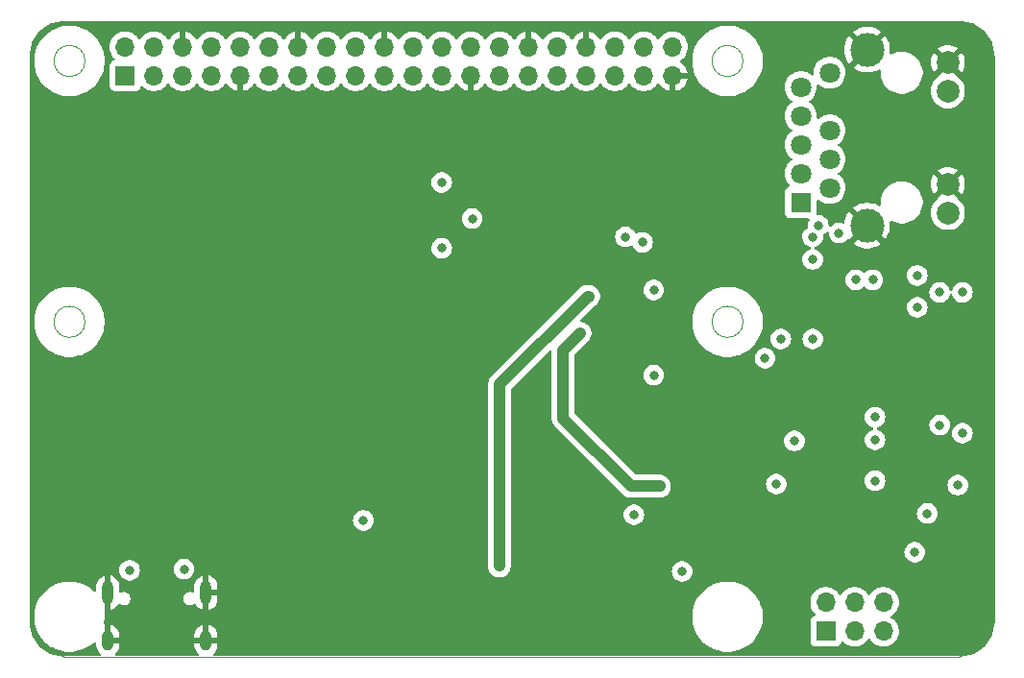
<source format=gbr>
G04 #@! TF.GenerationSoftware,KiCad,Pcbnew,8.0.3*
G04 #@! TF.CreationDate,2024-07-26T16:49:23+02:00*
G04 #@! TF.ProjectId,ice4pi,69636534-7069-42e6-9b69-6361645f7063,rev?*
G04 #@! TF.SameCoordinates,PX2faf080PY2ebae40*
G04 #@! TF.FileFunction,Copper,L2,Inr*
G04 #@! TF.FilePolarity,Positive*
%FSLAX46Y46*%
G04 Gerber Fmt 4.6, Leading zero omitted, Abs format (unit mm)*
G04 Created by KiCad (PCBNEW 8.0.3) date 2024-07-26 16:49:23*
%MOMM*%
%LPD*%
G01*
G04 APERTURE LIST*
G04 #@! TA.AperFunction,ComponentPad*
%ADD10O,1.000000X2.100000*%
G04 #@! TD*
G04 #@! TA.AperFunction,ComponentPad*
%ADD11O,1.000000X1.800000*%
G04 #@! TD*
G04 #@! TA.AperFunction,ComponentPad*
%ADD12R,1.800000X1.800000*%
G04 #@! TD*
G04 #@! TA.AperFunction,ComponentPad*
%ADD13C,1.800000*%
G04 #@! TD*
G04 #@! TA.AperFunction,ComponentPad*
%ADD14C,2.000000*%
G04 #@! TD*
G04 #@! TA.AperFunction,ComponentPad*
%ADD15C,3.000000*%
G04 #@! TD*
G04 #@! TA.AperFunction,ComponentPad*
%ADD16R,1.700000X1.700000*%
G04 #@! TD*
G04 #@! TA.AperFunction,ComponentPad*
%ADD17O,1.700000X1.700000*%
G04 #@! TD*
G04 #@! TA.AperFunction,ViaPad*
%ADD18C,0.800000*%
G04 #@! TD*
G04 #@! TA.AperFunction,Conductor*
%ADD19C,1.000000*%
G04 #@! TD*
G04 #@! TA.AperFunction,Profile*
%ADD20C,0.050000*%
G04 #@! TD*
G04 APERTURE END LIST*
D10*
X6880000Y-50395000D03*
D11*
X6880000Y-54575000D03*
D10*
X15520000Y-50395000D03*
D11*
X15520000Y-54575000D03*
D12*
X67960000Y-15965000D03*
D13*
X70500000Y-14695000D03*
X67960000Y-13425000D03*
X70500000Y-12155000D03*
X67960000Y-10885000D03*
X70500000Y-9615000D03*
X67960000Y-8345000D03*
X67960000Y-5805000D03*
X70500000Y-4535000D03*
D14*
X80910000Y-16885000D03*
X80910000Y-14345000D03*
X80910000Y-6165000D03*
X80910000Y-3625000D03*
D15*
X73800000Y-18005000D03*
X73800000Y-2505000D03*
D16*
X70160000Y-53770000D03*
D17*
X70160000Y-51230000D03*
X72700000Y-53770000D03*
X72700000Y-51230000D03*
X75240000Y-53770000D03*
X75240000Y-51230000D03*
D16*
X8400000Y-4800000D03*
D17*
X8400000Y-2260000D03*
X10940000Y-4800000D03*
X10940000Y-2260000D03*
X13480000Y-4800000D03*
X13480000Y-2260000D03*
X16020000Y-4800000D03*
X16020000Y-2260000D03*
X18560000Y-4800000D03*
X18560000Y-2260000D03*
X21100000Y-4800000D03*
X21100000Y-2260000D03*
X23640000Y-4800000D03*
X23640000Y-2260000D03*
X26180000Y-4800000D03*
X26180000Y-2260000D03*
X28720000Y-4800000D03*
X28720000Y-2260000D03*
X31260000Y-4800000D03*
X31260000Y-2260000D03*
X33800000Y-4800000D03*
X33800000Y-2260000D03*
X36340000Y-4800000D03*
X36340000Y-2260000D03*
X38880000Y-4800000D03*
X38880000Y-2260000D03*
X41420000Y-4800000D03*
X41420000Y-2260000D03*
X43960000Y-4800000D03*
X43960000Y-2260000D03*
X46500000Y-4800000D03*
X46500000Y-2260000D03*
X49040000Y-4800000D03*
X49040000Y-2260000D03*
X51580000Y-4800000D03*
X51580000Y-2260000D03*
X54120000Y-4800000D03*
X54120000Y-2260000D03*
X56660000Y-4800000D03*
X56660000Y-2260000D03*
D18*
X23800000Y-48000000D03*
X23800000Y-40000000D03*
X41400000Y-48000000D03*
X47000000Y-48000000D03*
X47000000Y-40000000D03*
X55500000Y-41000000D03*
X53250000Y-43500000D03*
X57500000Y-48500000D03*
X44958000Y-14655800D03*
X63900000Y-38700000D03*
X43713400Y-15951200D03*
X46253400Y-13385800D03*
X61569600Y-39954200D03*
X65700000Y-37900000D03*
X42341800Y-17246600D03*
X79100000Y-43400000D03*
X74500000Y-36900000D03*
X74500000Y-40500000D03*
X74500000Y-34900000D03*
X81800000Y-40900000D03*
X78221383Y-25207111D03*
X29400000Y-44000000D03*
X13600000Y-48300000D03*
X8800000Y-48400000D03*
X67400000Y-37000000D03*
X55000000Y-23700000D03*
X55000000Y-31200000D03*
X36300000Y-14200000D03*
X36300000Y-20000000D03*
X39000000Y-17400000D03*
X64800000Y-29700000D03*
X69000000Y-21000000D03*
X69000000Y-19000000D03*
X69500000Y-18000000D03*
X72800000Y-22800000D03*
X74300000Y-22800000D03*
X71328724Y-18671276D03*
X82200000Y-36300000D03*
X82200000Y-23900000D03*
X80200000Y-23900000D03*
X80200000Y-35600000D03*
X65800000Y-40800000D03*
X78000000Y-46800000D03*
X41400000Y-40000000D03*
X49250000Y-24250000D03*
X54000000Y-19500000D03*
X52500000Y-19000000D03*
X48500000Y-27500000D03*
X52500000Y-19000000D03*
X69010001Y-28000000D03*
X66190000Y-28000000D03*
X78221383Y-22407111D03*
D19*
X49250000Y-24250000D02*
X49150000Y-24250000D01*
X49150000Y-24250000D02*
X41400000Y-32000000D01*
X41400000Y-32000000D02*
X41400000Y-40000000D01*
X41400000Y-40000000D02*
X41400000Y-48000000D01*
X47000000Y-29000000D02*
X48500000Y-27500000D01*
X47000000Y-35000000D02*
X47000000Y-29000000D01*
X55500000Y-41000000D02*
X53000000Y-41000000D01*
X53000000Y-41000000D02*
X47000000Y-35000000D01*
G04 #@! TA.AperFunction,Conductor*
G36*
X82003300Y-25672D02*
G01*
X82304319Y-41449D01*
X82317436Y-42827D01*
X82611911Y-89467D01*
X82624811Y-92209D01*
X82912799Y-169374D01*
X82925332Y-173447D01*
X83203672Y-280292D01*
X83215719Y-285656D01*
X83481368Y-421010D01*
X83492785Y-427601D01*
X83742838Y-589988D01*
X83753495Y-597732D01*
X83901966Y-717961D01*
X83985197Y-785360D01*
X83994998Y-794185D01*
X84205814Y-1005001D01*
X84214639Y-1014802D01*
X84402263Y-1246498D01*
X84410013Y-1257164D01*
X84541241Y-1459237D01*
X84572394Y-1507208D01*
X84578989Y-1518631D01*
X84714343Y-1784280D01*
X84719707Y-1796327D01*
X84826550Y-2074661D01*
X84830626Y-2087205D01*
X84907790Y-2375188D01*
X84910532Y-2388088D01*
X84957172Y-2682563D01*
X84958550Y-2695679D01*
X84972451Y-2960898D01*
X84974136Y-2993064D01*
X84974327Y-2996698D01*
X84974500Y-3003293D01*
X84974500Y-52996706D01*
X84974327Y-53003301D01*
X84958550Y-53304320D01*
X84957172Y-53317436D01*
X84910532Y-53611911D01*
X84907790Y-53624811D01*
X84830626Y-53912794D01*
X84826550Y-53925338D01*
X84719707Y-54203672D01*
X84714343Y-54215719D01*
X84578989Y-54481368D01*
X84572394Y-54492791D01*
X84410015Y-54742832D01*
X84402263Y-54753501D01*
X84214639Y-54985197D01*
X84205814Y-54994998D01*
X83994998Y-55205814D01*
X83985197Y-55214639D01*
X83753501Y-55402263D01*
X83742832Y-55410015D01*
X83492791Y-55572394D01*
X83481368Y-55578989D01*
X83215719Y-55714343D01*
X83203672Y-55719707D01*
X82925338Y-55826550D01*
X82912794Y-55830626D01*
X82624811Y-55907790D01*
X82611911Y-55910532D01*
X82317436Y-55957172D01*
X82304320Y-55958550D01*
X82020488Y-55973426D01*
X82003299Y-55974327D01*
X81996707Y-55974500D01*
X16250217Y-55974500D01*
X16182096Y-55954498D01*
X16135603Y-55900842D01*
X16125499Y-55830568D01*
X16154993Y-55765988D01*
X16161122Y-55759405D01*
X16302962Y-55617564D01*
X16302967Y-55617557D01*
X16413277Y-55452466D01*
X16489260Y-55269028D01*
X16489262Y-55269023D01*
X16527999Y-55074281D01*
X16528000Y-55074277D01*
X16528000Y-54829000D01*
X15820000Y-54829000D01*
X15820000Y-54321000D01*
X16528000Y-54321000D01*
X16528000Y-54075722D01*
X16527999Y-54075718D01*
X16489262Y-53880976D01*
X16489260Y-53880971D01*
X16413277Y-53697533D01*
X16302967Y-53532442D01*
X16302962Y-53532435D01*
X16162564Y-53392037D01*
X16162557Y-53392032D01*
X15997467Y-53281722D01*
X15814020Y-53205736D01*
X15814015Y-53205735D01*
X15774000Y-53197774D01*
X15774000Y-54014939D01*
X15760060Y-53990795D01*
X15704205Y-53934940D01*
X15635796Y-53895444D01*
X15559496Y-53875000D01*
X15480504Y-53875000D01*
X15404204Y-53895444D01*
X15335795Y-53934940D01*
X15279940Y-53990795D01*
X15266000Y-54014939D01*
X15266000Y-53197775D01*
X15265999Y-53197774D01*
X15225984Y-53205735D01*
X15225979Y-53205736D01*
X15042532Y-53281722D01*
X14877442Y-53392032D01*
X14877435Y-53392037D01*
X14737037Y-53532435D01*
X14737032Y-53532442D01*
X14626722Y-53697533D01*
X14550739Y-53880971D01*
X14550737Y-53880976D01*
X14512000Y-54075718D01*
X14512000Y-54321000D01*
X15220000Y-54321000D01*
X15220000Y-54829000D01*
X14512000Y-54829000D01*
X14512000Y-55074281D01*
X14550737Y-55269023D01*
X14550739Y-55269028D01*
X14626722Y-55452466D01*
X14737032Y-55617557D01*
X14737037Y-55617564D01*
X14878878Y-55759405D01*
X14912904Y-55821717D01*
X14907839Y-55892532D01*
X14865292Y-55949368D01*
X14798772Y-55974179D01*
X14789783Y-55974500D01*
X7610217Y-55974500D01*
X7542096Y-55954498D01*
X7495603Y-55900842D01*
X7485499Y-55830568D01*
X7514993Y-55765988D01*
X7521122Y-55759405D01*
X7662962Y-55617564D01*
X7662967Y-55617557D01*
X7773277Y-55452466D01*
X7849260Y-55269028D01*
X7849262Y-55269023D01*
X7887999Y-55074281D01*
X7888000Y-55074277D01*
X7888000Y-54829000D01*
X7180000Y-54829000D01*
X7180000Y-54321000D01*
X7888000Y-54321000D01*
X7888000Y-54075722D01*
X7887999Y-54075718D01*
X7849262Y-53880976D01*
X7849260Y-53880971D01*
X7773277Y-53697533D01*
X7662967Y-53532442D01*
X7662962Y-53532435D01*
X7522564Y-53392037D01*
X7522557Y-53392032D01*
X7357467Y-53281722D01*
X7174020Y-53205736D01*
X7174015Y-53205735D01*
X7134000Y-53197774D01*
X7134000Y-54014939D01*
X7120060Y-53990795D01*
X7064205Y-53934940D01*
X6995796Y-53895444D01*
X6919496Y-53875000D01*
X6840504Y-53875000D01*
X6764204Y-53895444D01*
X6695795Y-53934940D01*
X6639940Y-53990795D01*
X6626000Y-54014939D01*
X6626000Y-53197775D01*
X6597793Y-53174627D01*
X6557824Y-53115950D01*
X6554886Y-53049187D01*
X6561509Y-53020171D01*
X6600500Y-52674120D01*
X6600500Y-52325880D01*
X6600500Y-52325878D01*
X58399500Y-52325878D01*
X58399500Y-52674121D01*
X58438491Y-53020174D01*
X58461552Y-53121209D01*
X58515982Y-53359681D01*
X58515984Y-53359687D01*
X58515983Y-53359687D01*
X58630991Y-53688361D01*
X58631002Y-53688388D01*
X58782091Y-54002128D01*
X58782096Y-54002137D01*
X58967372Y-54297000D01*
X58967375Y-54297004D01*
X59184489Y-54569259D01*
X59430740Y-54815510D01*
X59702995Y-55032624D01*
X59703003Y-55032630D01*
X59904445Y-55159205D01*
X59993337Y-55215060D01*
X59997867Y-55217906D01*
X60311621Y-55369002D01*
X60311637Y-55369007D01*
X60311638Y-55369008D01*
X60640312Y-55484016D01*
X60640315Y-55484016D01*
X60640319Y-55484018D01*
X60979829Y-55561509D01*
X61225210Y-55589157D01*
X61325878Y-55600500D01*
X61325880Y-55600500D01*
X61674122Y-55600500D01*
X61762006Y-55590597D01*
X62020171Y-55561509D01*
X62359681Y-55484018D01*
X62688379Y-55369002D01*
X63002133Y-55217906D01*
X63296997Y-55032630D01*
X63455007Y-54906622D01*
X63569259Y-54815510D01*
X63815510Y-54569259D01*
X64032624Y-54297004D01*
X64032630Y-54296997D01*
X64217906Y-54002133D01*
X64369002Y-53688379D01*
X64484018Y-53359681D01*
X64561509Y-53020171D01*
X64600500Y-52674120D01*
X64600500Y-52325880D01*
X64561509Y-51979829D01*
X64484018Y-51640319D01*
X64465558Y-51587564D01*
X64369008Y-51311638D01*
X64369007Y-51311637D01*
X64369002Y-51311621D01*
X64329695Y-51230000D01*
X68796844Y-51230000D01*
X68812792Y-51422466D01*
X68815437Y-51454375D01*
X68870702Y-51672612D01*
X68870703Y-51672613D01*
X68961141Y-51878793D01*
X69084275Y-52067265D01*
X69084280Y-52067270D01*
X69227475Y-52222820D01*
X69258896Y-52286485D01*
X69250909Y-52357031D01*
X69206051Y-52412060D01*
X69178807Y-52426213D01*
X69063797Y-52469110D01*
X69063792Y-52469112D01*
X68946738Y-52556738D01*
X68859112Y-52673792D01*
X68859110Y-52673797D01*
X68808011Y-52810795D01*
X68808009Y-52810803D01*
X68801500Y-52871350D01*
X68801500Y-54668649D01*
X68808009Y-54729196D01*
X68808011Y-54729204D01*
X68859110Y-54866202D01*
X68859112Y-54866207D01*
X68946738Y-54983261D01*
X69063792Y-55070887D01*
X69063794Y-55070888D01*
X69063796Y-55070889D01*
X69117168Y-55090796D01*
X69200795Y-55121988D01*
X69200803Y-55121990D01*
X69261350Y-55128499D01*
X69261355Y-55128499D01*
X69261362Y-55128500D01*
X69261368Y-55128500D01*
X71058632Y-55128500D01*
X71058638Y-55128500D01*
X71058645Y-55128499D01*
X71058649Y-55128499D01*
X71119196Y-55121990D01*
X71119199Y-55121989D01*
X71119201Y-55121989D01*
X71256204Y-55070889D01*
X71326399Y-55018342D01*
X71373261Y-54983261D01*
X71460886Y-54866208D01*
X71460885Y-54866208D01*
X71460889Y-54866204D01*
X71504999Y-54747939D01*
X71547545Y-54691107D01*
X71614066Y-54666296D01*
X71683440Y-54681388D01*
X71715753Y-54706635D01*
X71760591Y-54755342D01*
X71776762Y-54772908D01*
X71821811Y-54807971D01*
X71954424Y-54911189D01*
X72152426Y-55018342D01*
X72152427Y-55018342D01*
X72152428Y-55018343D01*
X72264227Y-55056723D01*
X72365365Y-55091444D01*
X72587431Y-55128500D01*
X72587435Y-55128500D01*
X72812565Y-55128500D01*
X72812569Y-55128500D01*
X73034635Y-55091444D01*
X73247574Y-55018342D01*
X73445576Y-54911189D01*
X73623240Y-54772906D01*
X73775722Y-54607268D01*
X73864518Y-54471354D01*
X73918520Y-54425268D01*
X73988868Y-54415692D01*
X74053225Y-54445669D01*
X74075480Y-54471353D01*
X74089487Y-54492791D01*
X74164275Y-54607265D01*
X74164279Y-54607270D01*
X74316762Y-54772908D01*
X74361811Y-54807971D01*
X74494424Y-54911189D01*
X74692426Y-55018342D01*
X74692427Y-55018342D01*
X74692428Y-55018343D01*
X74804227Y-55056723D01*
X74905365Y-55091444D01*
X75127431Y-55128500D01*
X75127435Y-55128500D01*
X75352565Y-55128500D01*
X75352569Y-55128500D01*
X75574635Y-55091444D01*
X75787574Y-55018342D01*
X75985576Y-54911189D01*
X76163240Y-54772906D01*
X76315722Y-54607268D01*
X76438860Y-54418791D01*
X76529296Y-54212616D01*
X76584564Y-53994368D01*
X76603156Y-53770000D01*
X76584564Y-53545632D01*
X76566410Y-53473942D01*
X76529297Y-53327387D01*
X76529296Y-53327386D01*
X76529296Y-53327384D01*
X76438860Y-53121209D01*
X76421500Y-53094637D01*
X76315724Y-52932734D01*
X76315720Y-52932729D01*
X76163237Y-52767091D01*
X76081382Y-52703381D01*
X75985576Y-52628811D01*
X75952319Y-52610813D01*
X75901929Y-52560802D01*
X75886576Y-52491485D01*
X75911136Y-52424872D01*
X75952320Y-52389186D01*
X75985576Y-52371189D01*
X76163240Y-52232906D01*
X76315722Y-52067268D01*
X76438860Y-51878791D01*
X76529296Y-51672616D01*
X76584564Y-51454368D01*
X76603156Y-51230000D01*
X76584564Y-51005632D01*
X76529296Y-50787384D01*
X76438860Y-50581209D01*
X76432140Y-50570924D01*
X76315724Y-50392734D01*
X76315720Y-50392729D01*
X76163237Y-50227091D01*
X76081382Y-50163381D01*
X75985576Y-50088811D01*
X75787574Y-49981658D01*
X75787572Y-49981657D01*
X75787571Y-49981656D01*
X75574639Y-49908557D01*
X75574630Y-49908555D01*
X75530476Y-49901187D01*
X75352569Y-49871500D01*
X75127431Y-49871500D01*
X74979211Y-49896233D01*
X74905369Y-49908555D01*
X74905360Y-49908557D01*
X74692428Y-49981656D01*
X74692426Y-49981658D01*
X74494426Y-50088810D01*
X74494424Y-50088811D01*
X74316762Y-50227091D01*
X74164279Y-50392729D01*
X74075483Y-50528643D01*
X74021479Y-50574731D01*
X73951131Y-50584306D01*
X73886774Y-50554329D01*
X73864517Y-50528643D01*
X73775720Y-50392729D01*
X73623237Y-50227091D01*
X73541382Y-50163381D01*
X73445576Y-50088811D01*
X73247574Y-49981658D01*
X73247572Y-49981657D01*
X73247571Y-49981656D01*
X73034639Y-49908557D01*
X73034630Y-49908555D01*
X72990476Y-49901187D01*
X72812569Y-49871500D01*
X72587431Y-49871500D01*
X72439211Y-49896233D01*
X72365369Y-49908555D01*
X72365360Y-49908557D01*
X72152428Y-49981656D01*
X72152426Y-49981658D01*
X71954426Y-50088810D01*
X71954424Y-50088811D01*
X71776762Y-50227091D01*
X71624279Y-50392729D01*
X71535483Y-50528643D01*
X71481479Y-50574731D01*
X71411131Y-50584306D01*
X71346774Y-50554329D01*
X71324517Y-50528643D01*
X71235720Y-50392729D01*
X71083237Y-50227091D01*
X71001382Y-50163381D01*
X70905576Y-50088811D01*
X70707574Y-49981658D01*
X70707572Y-49981657D01*
X70707571Y-49981656D01*
X70494639Y-49908557D01*
X70494630Y-49908555D01*
X70450476Y-49901187D01*
X70272569Y-49871500D01*
X70047431Y-49871500D01*
X69899211Y-49896233D01*
X69825369Y-49908555D01*
X69825360Y-49908557D01*
X69612428Y-49981656D01*
X69612426Y-49981658D01*
X69414426Y-50088810D01*
X69414424Y-50088811D01*
X69236762Y-50227091D01*
X69084279Y-50392729D01*
X69084275Y-50392734D01*
X68961141Y-50581206D01*
X68870703Y-50787386D01*
X68870702Y-50787387D01*
X68815437Y-51005624D01*
X68815436Y-51005630D01*
X68815436Y-51005632D01*
X68796844Y-51230000D01*
X64329695Y-51230000D01*
X64217906Y-50997867D01*
X64209504Y-50984496D01*
X64176115Y-50931357D01*
X64032630Y-50703003D01*
X64032624Y-50702995D01*
X63815510Y-50430740D01*
X63569259Y-50184489D01*
X63297004Y-49967375D01*
X63297000Y-49967372D01*
X63002137Y-49782096D01*
X63002128Y-49782091D01*
X62688388Y-49631002D01*
X62688383Y-49631000D01*
X62688379Y-49630998D01*
X62688373Y-49630995D01*
X62688361Y-49630991D01*
X62359687Y-49515983D01*
X62020174Y-49438491D01*
X61674122Y-49399500D01*
X61674120Y-49399500D01*
X61325880Y-49399500D01*
X61325878Y-49399500D01*
X60979825Y-49438491D01*
X60640312Y-49515983D01*
X60311638Y-49630991D01*
X60311611Y-49631002D01*
X59997871Y-49782091D01*
X59997862Y-49782096D01*
X59702999Y-49967372D01*
X59702995Y-49967375D01*
X59430740Y-50184489D01*
X59184489Y-50430740D01*
X58967375Y-50702995D01*
X58967372Y-50702999D01*
X58782096Y-50997862D01*
X58782091Y-50997871D01*
X58631002Y-51311611D01*
X58630991Y-51311638D01*
X58515983Y-51640312D01*
X58438491Y-51979825D01*
X58399500Y-52325878D01*
X6600500Y-52325878D01*
X6568694Y-52043601D01*
X6580943Y-51973672D01*
X6613969Y-51932096D01*
X6626000Y-51922222D01*
X6626000Y-51105060D01*
X6639940Y-51129205D01*
X6695795Y-51185060D01*
X6764204Y-51224556D01*
X6840504Y-51245000D01*
X6919496Y-51245000D01*
X6995796Y-51224556D01*
X7064205Y-51185060D01*
X7120060Y-51129205D01*
X7134000Y-51105060D01*
X7134000Y-51922223D01*
X7174023Y-51914262D01*
X7174028Y-51914260D01*
X7357466Y-51838277D01*
X7522557Y-51727967D01*
X7522564Y-51727962D01*
X7662962Y-51587564D01*
X7662967Y-51587557D01*
X7773277Y-51422467D01*
X7776060Y-51415749D01*
X7820606Y-51360466D01*
X7887968Y-51338042D01*
X7955471Y-51354843D01*
X7956635Y-51355515D01*
X8087865Y-51431281D01*
X8234234Y-51470500D01*
X8234236Y-51470500D01*
X8385764Y-51470500D01*
X8385766Y-51470500D01*
X8532135Y-51431281D01*
X8663365Y-51355515D01*
X8770515Y-51248365D01*
X8846281Y-51117135D01*
X8885500Y-50970766D01*
X8885500Y-50819234D01*
X13514500Y-50819234D01*
X13514500Y-50970766D01*
X13534197Y-51044277D01*
X13553718Y-51117132D01*
X13553721Y-51117139D01*
X13629482Y-51248361D01*
X13629490Y-51248371D01*
X13736628Y-51355509D01*
X13736633Y-51355513D01*
X13736635Y-51355515D01*
X13867865Y-51431281D01*
X14014234Y-51470500D01*
X14014236Y-51470500D01*
X14165764Y-51470500D01*
X14165766Y-51470500D01*
X14312135Y-51431281D01*
X14443365Y-51355515D01*
X14443366Y-51355513D01*
X14444528Y-51354843D01*
X14513523Y-51338105D01*
X14580615Y-51361325D01*
X14623936Y-51415741D01*
X14626722Y-51422467D01*
X14737032Y-51587557D01*
X14737037Y-51587564D01*
X14877435Y-51727962D01*
X14877442Y-51727967D01*
X15042533Y-51838277D01*
X15225971Y-51914260D01*
X15225976Y-51914262D01*
X15265999Y-51922223D01*
X15266000Y-51922223D01*
X15266000Y-51105060D01*
X15279940Y-51129205D01*
X15335795Y-51185060D01*
X15404204Y-51224556D01*
X15480504Y-51245000D01*
X15559496Y-51245000D01*
X15635796Y-51224556D01*
X15704205Y-51185060D01*
X15760060Y-51129205D01*
X15774000Y-51105060D01*
X15774000Y-51922223D01*
X15814023Y-51914262D01*
X15814028Y-51914260D01*
X15997466Y-51838277D01*
X16162557Y-51727967D01*
X16162564Y-51727962D01*
X16302962Y-51587564D01*
X16302967Y-51587557D01*
X16413277Y-51422466D01*
X16489260Y-51239028D01*
X16489262Y-51239023D01*
X16527999Y-51044281D01*
X16528000Y-51044277D01*
X16528000Y-50649000D01*
X15820000Y-50649000D01*
X15820000Y-50141000D01*
X16528000Y-50141000D01*
X16528000Y-49745722D01*
X16527999Y-49745718D01*
X16489262Y-49550976D01*
X16489260Y-49550971D01*
X16413277Y-49367533D01*
X16302967Y-49202442D01*
X16302962Y-49202435D01*
X16162564Y-49062037D01*
X16162557Y-49062032D01*
X15997467Y-48951722D01*
X15814020Y-48875736D01*
X15814015Y-48875735D01*
X15774000Y-48867774D01*
X15774000Y-49684939D01*
X15760060Y-49660795D01*
X15704205Y-49604940D01*
X15635796Y-49565444D01*
X15559496Y-49545000D01*
X15480504Y-49545000D01*
X15404204Y-49565444D01*
X15335795Y-49604940D01*
X15279940Y-49660795D01*
X15266000Y-49684939D01*
X15266000Y-48867775D01*
X15265999Y-48867774D01*
X15225984Y-48875735D01*
X15225979Y-48875736D01*
X15042532Y-48951722D01*
X14877442Y-49062032D01*
X14877435Y-49062037D01*
X14737037Y-49202435D01*
X14737032Y-49202442D01*
X14626722Y-49367533D01*
X14550739Y-49550971D01*
X14550737Y-49550976D01*
X14512000Y-49745718D01*
X14512000Y-50255873D01*
X14491998Y-50323994D01*
X14438342Y-50370487D01*
X14368068Y-50380591D01*
X14323003Y-50364993D01*
X14314763Y-50360236D01*
X14312137Y-50358720D01*
X14312132Y-50358718D01*
X14272911Y-50348209D01*
X14165766Y-50319500D01*
X14014234Y-50319500D01*
X13935798Y-50340516D01*
X13867867Y-50358718D01*
X13867860Y-50358721D01*
X13736638Y-50434482D01*
X13736628Y-50434490D01*
X13629490Y-50541628D01*
X13629482Y-50541638D01*
X13553721Y-50672860D01*
X13553718Y-50672867D01*
X13534821Y-50743393D01*
X13514500Y-50819234D01*
X8885500Y-50819234D01*
X8846281Y-50672865D01*
X8793363Y-50581209D01*
X8770517Y-50541638D01*
X8770509Y-50541628D01*
X8663371Y-50434490D01*
X8663361Y-50434482D01*
X8532139Y-50358721D01*
X8532136Y-50358720D01*
X8532135Y-50358719D01*
X8532133Y-50358718D01*
X8532132Y-50358718D01*
X8492911Y-50348209D01*
X8385766Y-50319500D01*
X8234234Y-50319500D01*
X8155798Y-50340516D01*
X8087867Y-50358718D01*
X8087862Y-50358720D01*
X8081328Y-50362492D01*
X8076997Y-50364993D01*
X8008004Y-50381730D01*
X7940912Y-50358509D01*
X7897025Y-50302702D01*
X7888000Y-50255873D01*
X7888000Y-49745722D01*
X7887999Y-49745718D01*
X7849262Y-49550976D01*
X7849260Y-49550971D01*
X7773277Y-49367533D01*
X7662967Y-49202442D01*
X7662962Y-49202435D01*
X7522564Y-49062037D01*
X7522557Y-49062032D01*
X7357467Y-48951722D01*
X7174020Y-48875736D01*
X7174015Y-48875735D01*
X7134000Y-48867774D01*
X7134000Y-49684939D01*
X7120060Y-49660795D01*
X7064205Y-49604940D01*
X6995796Y-49565444D01*
X6919496Y-49545000D01*
X6840504Y-49545000D01*
X6764204Y-49565444D01*
X6695795Y-49604940D01*
X6639940Y-49660795D01*
X6626000Y-49684939D01*
X6626000Y-48867775D01*
X6625999Y-48867774D01*
X6585984Y-48875735D01*
X6585979Y-48875736D01*
X6402532Y-48951722D01*
X6237442Y-49062032D01*
X6237435Y-49062037D01*
X6097037Y-49202435D01*
X6097032Y-49202442D01*
X5986722Y-49367533D01*
X5910739Y-49550971D01*
X5910737Y-49550976D01*
X5872000Y-49745718D01*
X5872000Y-50183040D01*
X5851998Y-50251161D01*
X5798342Y-50297654D01*
X5728068Y-50307758D01*
X5663488Y-50278264D01*
X5656905Y-50272135D01*
X5569259Y-50184489D01*
X5297004Y-49967375D01*
X5297000Y-49967372D01*
X5002137Y-49782096D01*
X5002128Y-49782091D01*
X4688388Y-49631002D01*
X4688383Y-49631000D01*
X4688379Y-49630998D01*
X4688373Y-49630995D01*
X4688361Y-49630991D01*
X4359687Y-49515983D01*
X4020174Y-49438491D01*
X3674122Y-49399500D01*
X3674120Y-49399500D01*
X3325880Y-49399500D01*
X3325878Y-49399500D01*
X2979825Y-49438491D01*
X2640312Y-49515983D01*
X2311638Y-49630991D01*
X2311611Y-49631002D01*
X1997871Y-49782091D01*
X1997862Y-49782096D01*
X1702999Y-49967372D01*
X1702995Y-49967375D01*
X1430740Y-50184489D01*
X1184489Y-50430740D01*
X967375Y-50702995D01*
X967372Y-50702999D01*
X782096Y-50997862D01*
X782091Y-50997871D01*
X631002Y-51311611D01*
X630991Y-51311638D01*
X515983Y-51640312D01*
X438491Y-51979825D01*
X399500Y-52325878D01*
X399500Y-52674121D01*
X438491Y-53020174D01*
X461552Y-53121209D01*
X515982Y-53359681D01*
X515984Y-53359687D01*
X515983Y-53359687D01*
X630991Y-53688361D01*
X631002Y-53688388D01*
X782091Y-54002128D01*
X782096Y-54002137D01*
X967372Y-54297000D01*
X967375Y-54297004D01*
X1184489Y-54569259D01*
X1430740Y-54815510D01*
X1702995Y-55032624D01*
X1703003Y-55032630D01*
X1904445Y-55159205D01*
X1993337Y-55215060D01*
X1997867Y-55217906D01*
X2311621Y-55369002D01*
X2311637Y-55369007D01*
X2311638Y-55369008D01*
X2640312Y-55484016D01*
X2640315Y-55484016D01*
X2640319Y-55484018D01*
X2979829Y-55561509D01*
X3225210Y-55589157D01*
X3325878Y-55600500D01*
X3325880Y-55600500D01*
X3674122Y-55600500D01*
X3762006Y-55590597D01*
X4020171Y-55561509D01*
X4359681Y-55484018D01*
X4688379Y-55369002D01*
X5002133Y-55217906D01*
X5296997Y-55032630D01*
X5455007Y-54906622D01*
X5569259Y-54815510D01*
X5569266Y-54815503D01*
X5656905Y-54727865D01*
X5719217Y-54693839D01*
X5790032Y-54698904D01*
X5846868Y-54741451D01*
X5871679Y-54807971D01*
X5872000Y-54816960D01*
X5872000Y-55074281D01*
X5910737Y-55269023D01*
X5910739Y-55269028D01*
X5986722Y-55452466D01*
X6097032Y-55617557D01*
X6097037Y-55617564D01*
X6238878Y-55759405D01*
X6272904Y-55821717D01*
X6267839Y-55892532D01*
X6225292Y-55949368D01*
X6158772Y-55974179D01*
X6149783Y-55974500D01*
X3003293Y-55974500D01*
X2996700Y-55974327D01*
X2978512Y-55973373D01*
X2695679Y-55958550D01*
X2682563Y-55957172D01*
X2388088Y-55910532D01*
X2375188Y-55907790D01*
X2087205Y-55830626D01*
X2074661Y-55826550D01*
X1796327Y-55719707D01*
X1784280Y-55714343D01*
X1518631Y-55578989D01*
X1507208Y-55572394D01*
X1257167Y-55410015D01*
X1246498Y-55402263D01*
X1187493Y-55354482D01*
X1014802Y-55214639D01*
X1005001Y-55205814D01*
X794185Y-54994998D01*
X785360Y-54985197D01*
X783792Y-54983261D01*
X597732Y-54753495D01*
X589988Y-54742838D01*
X427601Y-54492785D01*
X421010Y-54481368D01*
X285656Y-54215719D01*
X280292Y-54203672D01*
X235018Y-54085730D01*
X173447Y-53925332D01*
X169373Y-53912794D01*
X160847Y-53880976D01*
X92209Y-53624811D01*
X89467Y-53611911D01*
X42826Y-53317435D01*
X41449Y-53304319D01*
X25673Y-53003300D01*
X25500Y-52996706D01*
X25500Y-48400000D01*
X7886496Y-48400000D01*
X7906457Y-48589927D01*
X7923664Y-48642883D01*
X7965473Y-48771556D01*
X7965476Y-48771561D01*
X8060958Y-48936941D01*
X8060965Y-48936951D01*
X8188744Y-49078864D01*
X8188747Y-49078866D01*
X8343248Y-49191118D01*
X8517712Y-49268794D01*
X8704513Y-49308500D01*
X8895487Y-49308500D01*
X9082288Y-49268794D01*
X9256752Y-49191118D01*
X9411253Y-49078866D01*
X9426406Y-49062037D01*
X9539034Y-48936951D01*
X9539035Y-48936949D01*
X9539040Y-48936944D01*
X9634527Y-48771556D01*
X9693542Y-48589928D01*
X9713504Y-48400000D01*
X9702994Y-48300000D01*
X12686496Y-48300000D01*
X12706457Y-48489927D01*
X12736526Y-48582470D01*
X12765473Y-48671556D01*
X12765476Y-48671561D01*
X12860958Y-48836941D01*
X12860965Y-48836951D01*
X12988744Y-48978864D01*
X13049999Y-49023368D01*
X13143248Y-49091118D01*
X13317712Y-49168794D01*
X13504513Y-49208500D01*
X13695487Y-49208500D01*
X13882288Y-49168794D01*
X14056752Y-49091118D01*
X14211253Y-48978866D01*
X14211255Y-48978864D01*
X14339034Y-48836951D01*
X14339035Y-48836949D01*
X14339040Y-48836944D01*
X14434527Y-48671556D01*
X14493542Y-48489928D01*
X14513504Y-48300000D01*
X14493542Y-48110072D01*
X14434527Y-47928444D01*
X14339040Y-47763056D01*
X14339038Y-47763054D01*
X14339034Y-47763048D01*
X14211255Y-47621135D01*
X14056752Y-47508882D01*
X13882288Y-47431206D01*
X13695487Y-47391500D01*
X13504513Y-47391500D01*
X13317711Y-47431206D01*
X13143247Y-47508882D01*
X12988744Y-47621135D01*
X12860965Y-47763048D01*
X12860958Y-47763058D01*
X12765476Y-47928438D01*
X12765473Y-47928445D01*
X12706457Y-48110072D01*
X12686496Y-48300000D01*
X9702994Y-48300000D01*
X9693542Y-48210072D01*
X9634527Y-48028444D01*
X9539040Y-47863056D01*
X9539038Y-47863054D01*
X9539034Y-47863048D01*
X9411255Y-47721135D01*
X9256752Y-47608882D01*
X9082288Y-47531206D01*
X8895487Y-47491500D01*
X8704513Y-47491500D01*
X8517711Y-47531206D01*
X8343247Y-47608882D01*
X8188744Y-47721135D01*
X8060965Y-47863048D01*
X8060958Y-47863058D01*
X7965476Y-48028438D01*
X7965473Y-48028445D01*
X7906457Y-48210072D01*
X7886496Y-48400000D01*
X25500Y-48400000D01*
X25500Y-44000000D01*
X28486496Y-44000000D01*
X28506457Y-44189927D01*
X28532083Y-44268793D01*
X28565473Y-44371556D01*
X28565476Y-44371561D01*
X28660958Y-44536941D01*
X28660965Y-44536951D01*
X28788744Y-44678864D01*
X28788747Y-44678866D01*
X28943248Y-44791118D01*
X29117712Y-44868794D01*
X29304513Y-44908500D01*
X29495487Y-44908500D01*
X29682288Y-44868794D01*
X29856752Y-44791118D01*
X30011253Y-44678866D01*
X30139040Y-44536944D01*
X30234527Y-44371556D01*
X30293542Y-44189928D01*
X30313504Y-44000000D01*
X30293542Y-43810072D01*
X30234527Y-43628444D01*
X30139040Y-43463056D01*
X30139038Y-43463054D01*
X30139034Y-43463048D01*
X30011255Y-43321135D01*
X29856752Y-43208882D01*
X29682288Y-43131206D01*
X29495487Y-43091500D01*
X29304513Y-43091500D01*
X29117711Y-43131206D01*
X28943247Y-43208882D01*
X28788744Y-43321135D01*
X28660965Y-43463048D01*
X28660958Y-43463058D01*
X28565476Y-43628438D01*
X28565473Y-43628445D01*
X28506457Y-43810072D01*
X28486496Y-44000000D01*
X25500Y-44000000D01*
X25500Y-31900668D01*
X40391500Y-31900668D01*
X40391500Y-48099331D01*
X40413528Y-48210072D01*
X40430256Y-48294169D01*
X40506279Y-48477704D01*
X40616647Y-48642881D01*
X40757119Y-48783353D01*
X40922296Y-48893721D01*
X41105831Y-48969744D01*
X41300671Y-49008500D01*
X41300672Y-49008500D01*
X41499328Y-49008500D01*
X41499329Y-49008500D01*
X41694169Y-48969744D01*
X41877704Y-48893721D01*
X42042881Y-48783353D01*
X42183353Y-48642881D01*
X42278823Y-48500000D01*
X56586496Y-48500000D01*
X56606457Y-48689927D01*
X56632980Y-48771554D01*
X56665473Y-48871556D01*
X56665476Y-48871561D01*
X56760958Y-49036941D01*
X56760965Y-49036951D01*
X56888744Y-49178864D01*
X56949999Y-49223368D01*
X57043248Y-49291118D01*
X57217712Y-49368794D01*
X57404513Y-49408500D01*
X57595487Y-49408500D01*
X57782288Y-49368794D01*
X57956752Y-49291118D01*
X58111253Y-49178866D01*
X58190262Y-49091118D01*
X58239034Y-49036951D01*
X58239035Y-49036949D01*
X58239040Y-49036944D01*
X58334527Y-48871556D01*
X58393542Y-48689928D01*
X58413504Y-48500000D01*
X58393542Y-48310072D01*
X58334527Y-48128444D01*
X58239040Y-47963056D01*
X58239038Y-47963054D01*
X58239034Y-47963048D01*
X58111255Y-47821135D01*
X57956752Y-47708882D01*
X57782288Y-47631206D01*
X57595487Y-47591500D01*
X57404513Y-47591500D01*
X57217711Y-47631206D01*
X57043247Y-47708882D01*
X56888744Y-47821135D01*
X56760965Y-47963048D01*
X56760958Y-47963058D01*
X56665476Y-48128438D01*
X56665473Y-48128445D01*
X56606457Y-48310072D01*
X56586496Y-48500000D01*
X42278823Y-48500000D01*
X42293721Y-48477704D01*
X42369744Y-48294169D01*
X42408500Y-48099329D01*
X42408500Y-46800000D01*
X77086496Y-46800000D01*
X77106457Y-46989927D01*
X77136526Y-47082470D01*
X77165473Y-47171556D01*
X77165476Y-47171561D01*
X77260958Y-47336941D01*
X77260965Y-47336951D01*
X77388744Y-47478864D01*
X77388747Y-47478866D01*
X77543248Y-47591118D01*
X77717712Y-47668794D01*
X77904513Y-47708500D01*
X78095487Y-47708500D01*
X78282288Y-47668794D01*
X78456752Y-47591118D01*
X78611253Y-47478866D01*
X78739040Y-47336944D01*
X78834527Y-47171556D01*
X78893542Y-46989928D01*
X78913504Y-46800000D01*
X78893542Y-46610072D01*
X78834527Y-46428444D01*
X78739040Y-46263056D01*
X78739038Y-46263054D01*
X78739034Y-46263048D01*
X78611255Y-46121135D01*
X78456752Y-46008882D01*
X78282288Y-45931206D01*
X78095487Y-45891500D01*
X77904513Y-45891500D01*
X77717711Y-45931206D01*
X77543247Y-46008882D01*
X77388744Y-46121135D01*
X77260965Y-46263048D01*
X77260958Y-46263058D01*
X77165476Y-46428438D01*
X77165473Y-46428445D01*
X77106457Y-46610072D01*
X77086496Y-46800000D01*
X42408500Y-46800000D01*
X42408500Y-43500000D01*
X52336496Y-43500000D01*
X52356457Y-43689927D01*
X52382980Y-43771554D01*
X52415473Y-43871556D01*
X52415476Y-43871561D01*
X52510958Y-44036941D01*
X52510965Y-44036951D01*
X52638744Y-44178864D01*
X52638747Y-44178866D01*
X52793248Y-44291118D01*
X52967712Y-44368794D01*
X53154513Y-44408500D01*
X53345487Y-44408500D01*
X53532288Y-44368794D01*
X53706752Y-44291118D01*
X53861253Y-44178866D01*
X53861255Y-44178864D01*
X53989034Y-44036951D01*
X53989035Y-44036949D01*
X53989040Y-44036944D01*
X54084527Y-43871556D01*
X54143542Y-43689928D01*
X54163504Y-43500000D01*
X54152994Y-43400000D01*
X78186496Y-43400000D01*
X78206457Y-43589927D01*
X78218973Y-43628445D01*
X78265473Y-43771556D01*
X78265476Y-43771561D01*
X78360958Y-43936941D01*
X78360965Y-43936951D01*
X78488744Y-44078864D01*
X78488747Y-44078866D01*
X78643248Y-44191118D01*
X78817712Y-44268794D01*
X79004513Y-44308500D01*
X79195487Y-44308500D01*
X79382288Y-44268794D01*
X79556752Y-44191118D01*
X79711253Y-44078866D01*
X79711255Y-44078864D01*
X79839034Y-43936951D01*
X79839035Y-43936949D01*
X79839040Y-43936944D01*
X79934527Y-43771556D01*
X79993542Y-43589928D01*
X80013504Y-43400000D01*
X79993542Y-43210072D01*
X79934527Y-43028444D01*
X79839040Y-42863056D01*
X79839038Y-42863054D01*
X79839034Y-42863048D01*
X79711255Y-42721135D01*
X79556752Y-42608882D01*
X79382288Y-42531206D01*
X79195487Y-42491500D01*
X79004513Y-42491500D01*
X78817711Y-42531206D01*
X78643247Y-42608882D01*
X78488744Y-42721135D01*
X78360965Y-42863048D01*
X78360958Y-42863058D01*
X78265476Y-43028438D01*
X78265473Y-43028445D01*
X78206457Y-43210072D01*
X78186496Y-43400000D01*
X54152994Y-43400000D01*
X54143542Y-43310072D01*
X54084527Y-43128444D01*
X53989040Y-42963056D01*
X53989038Y-42963054D01*
X53989034Y-42963048D01*
X53861255Y-42821135D01*
X53706752Y-42708882D01*
X53532288Y-42631206D01*
X53345487Y-42591500D01*
X53154513Y-42591500D01*
X52967711Y-42631206D01*
X52793247Y-42708882D01*
X52638744Y-42821135D01*
X52510965Y-42963048D01*
X52510958Y-42963058D01*
X52415476Y-43128438D01*
X52415473Y-43128445D01*
X52356457Y-43310072D01*
X52336496Y-43500000D01*
X42408500Y-43500000D01*
X42408500Y-39900671D01*
X42408500Y-32469923D01*
X42428502Y-32401802D01*
X42445400Y-32380833D01*
X45776405Y-29049827D01*
X45838717Y-29015802D01*
X45909532Y-29020867D01*
X45966368Y-29063414D01*
X45991179Y-29129934D01*
X45991500Y-29138923D01*
X45991500Y-35099329D01*
X46030256Y-35294169D01*
X46087019Y-35431206D01*
X46106279Y-35477704D01*
X46216647Y-35642881D01*
X52216647Y-41642881D01*
X52357119Y-41783353D01*
X52522296Y-41893721D01*
X52705831Y-41969744D01*
X52900671Y-42008500D01*
X52900672Y-42008500D01*
X55599328Y-42008500D01*
X55599329Y-42008500D01*
X55794169Y-41969744D01*
X55977704Y-41893721D01*
X56142881Y-41783353D01*
X56283353Y-41642881D01*
X56393721Y-41477704D01*
X56469744Y-41294169D01*
X56508500Y-41099329D01*
X56508500Y-40900671D01*
X56488475Y-40800000D01*
X64886496Y-40800000D01*
X64906457Y-40989927D01*
X64936526Y-41082470D01*
X64965473Y-41171556D01*
X64993841Y-41220691D01*
X65060958Y-41336941D01*
X65060965Y-41336951D01*
X65188744Y-41478864D01*
X65188747Y-41478866D01*
X65343248Y-41591118D01*
X65517712Y-41668794D01*
X65704513Y-41708500D01*
X65895487Y-41708500D01*
X66082288Y-41668794D01*
X66256752Y-41591118D01*
X66411253Y-41478866D01*
X66412300Y-41477703D01*
X66539034Y-41336951D01*
X66539035Y-41336949D01*
X66539040Y-41336944D01*
X66634527Y-41171556D01*
X66693542Y-40989928D01*
X66713504Y-40800000D01*
X66693542Y-40610072D01*
X66657777Y-40500000D01*
X73586496Y-40500000D01*
X73606457Y-40689927D01*
X73611625Y-40705831D01*
X73665473Y-40871556D01*
X73665476Y-40871561D01*
X73760958Y-41036941D01*
X73760965Y-41036951D01*
X73888744Y-41178864D01*
X73888747Y-41178866D01*
X74043248Y-41291118D01*
X74217712Y-41368794D01*
X74404513Y-41408500D01*
X74595487Y-41408500D01*
X74782288Y-41368794D01*
X74956752Y-41291118D01*
X75111253Y-41178866D01*
X75111255Y-41178864D01*
X75239034Y-41036951D01*
X75239035Y-41036949D01*
X75239040Y-41036944D01*
X75318105Y-40900000D01*
X80886496Y-40900000D01*
X80906457Y-41089927D01*
X80909513Y-41099331D01*
X80965473Y-41271556D01*
X80965476Y-41271561D01*
X81060958Y-41436941D01*
X81060965Y-41436951D01*
X81188744Y-41578864D01*
X81188747Y-41578866D01*
X81343248Y-41691118D01*
X81517712Y-41768794D01*
X81704513Y-41808500D01*
X81895487Y-41808500D01*
X82082288Y-41768794D01*
X82256752Y-41691118D01*
X82411253Y-41578866D01*
X82411255Y-41578864D01*
X82539034Y-41436951D01*
X82539035Y-41436949D01*
X82539040Y-41436944D01*
X82634527Y-41271556D01*
X82693542Y-41089928D01*
X82713504Y-40900000D01*
X82693542Y-40710072D01*
X82634527Y-40528444D01*
X82539040Y-40363056D01*
X82539038Y-40363054D01*
X82539034Y-40363048D01*
X82411255Y-40221135D01*
X82256752Y-40108882D01*
X82082288Y-40031206D01*
X81895487Y-39991500D01*
X81704513Y-39991500D01*
X81517711Y-40031206D01*
X81343247Y-40108882D01*
X81188744Y-40221135D01*
X81060965Y-40363048D01*
X81060958Y-40363058D01*
X80965476Y-40528438D01*
X80965473Y-40528445D01*
X80906457Y-40710072D01*
X80886496Y-40900000D01*
X75318105Y-40900000D01*
X75334527Y-40871556D01*
X75393542Y-40689928D01*
X75413504Y-40500000D01*
X75393542Y-40310072D01*
X75334527Y-40128444D01*
X75239040Y-39963056D01*
X75239038Y-39963054D01*
X75239034Y-39963048D01*
X75111255Y-39821135D01*
X74956752Y-39708882D01*
X74782288Y-39631206D01*
X74595487Y-39591500D01*
X74404513Y-39591500D01*
X74217711Y-39631206D01*
X74043247Y-39708882D01*
X73888744Y-39821135D01*
X73760965Y-39963048D01*
X73760958Y-39963058D01*
X73665476Y-40128438D01*
X73665473Y-40128445D01*
X73606457Y-40310072D01*
X73586496Y-40500000D01*
X66657777Y-40500000D01*
X66634527Y-40428444D01*
X66539040Y-40263056D01*
X66539038Y-40263054D01*
X66539034Y-40263048D01*
X66411255Y-40121135D01*
X66256752Y-40008882D01*
X66082288Y-39931206D01*
X65895487Y-39891500D01*
X65704513Y-39891500D01*
X65517711Y-39931206D01*
X65343247Y-40008882D01*
X65188744Y-40121135D01*
X65060965Y-40263048D01*
X65060958Y-40263058D01*
X64965476Y-40428438D01*
X64965473Y-40428445D01*
X64906457Y-40610072D01*
X64886496Y-40800000D01*
X56488475Y-40800000D01*
X56469744Y-40705831D01*
X56393721Y-40522296D01*
X56283353Y-40357119D01*
X56142881Y-40216647D01*
X55977704Y-40106279D01*
X55821053Y-40041392D01*
X55794174Y-40030258D01*
X55794169Y-40030256D01*
X55599331Y-39991500D01*
X55599329Y-39991500D01*
X53469924Y-39991500D01*
X53401803Y-39971498D01*
X53380829Y-39954595D01*
X50426234Y-37000000D01*
X66486496Y-37000000D01*
X66506457Y-37189927D01*
X66512492Y-37208500D01*
X66565473Y-37371556D01*
X66565476Y-37371561D01*
X66660958Y-37536941D01*
X66660965Y-37536951D01*
X66788744Y-37678864D01*
X66788747Y-37678866D01*
X66943248Y-37791118D01*
X67117712Y-37868794D01*
X67304513Y-37908500D01*
X67495487Y-37908500D01*
X67682288Y-37868794D01*
X67856752Y-37791118D01*
X68011253Y-37678866D01*
X68011255Y-37678864D01*
X68139034Y-37536951D01*
X68139035Y-37536949D01*
X68139040Y-37536944D01*
X68234527Y-37371556D01*
X68293542Y-37189928D01*
X68313504Y-37000000D01*
X68293542Y-36810072D01*
X68234527Y-36628444D01*
X68139040Y-36463056D01*
X68139038Y-36463054D01*
X68139034Y-36463048D01*
X68011255Y-36321135D01*
X67856752Y-36208882D01*
X67682288Y-36131206D01*
X67495487Y-36091500D01*
X67304513Y-36091500D01*
X67117711Y-36131206D01*
X66943247Y-36208882D01*
X66788744Y-36321135D01*
X66660965Y-36463048D01*
X66660958Y-36463058D01*
X66565476Y-36628438D01*
X66565473Y-36628445D01*
X66506457Y-36810072D01*
X66486496Y-37000000D01*
X50426234Y-37000000D01*
X48326234Y-34900000D01*
X73586496Y-34900000D01*
X73606457Y-35089927D01*
X73609513Y-35099331D01*
X73665473Y-35271556D01*
X73665476Y-35271561D01*
X73760958Y-35436941D01*
X73760965Y-35436951D01*
X73888744Y-35578864D01*
X73888747Y-35578866D01*
X74043248Y-35691118D01*
X74217712Y-35768794D01*
X74255156Y-35776753D01*
X74317630Y-35810482D01*
X74351951Y-35872631D01*
X74347223Y-35943470D01*
X74304947Y-36000508D01*
X74255156Y-36023247D01*
X74217711Y-36031206D01*
X74043247Y-36108882D01*
X73888744Y-36221135D01*
X73760965Y-36363048D01*
X73760958Y-36363058D01*
X73665476Y-36528438D01*
X73665473Y-36528445D01*
X73606457Y-36710072D01*
X73586496Y-36900000D01*
X73606457Y-37089927D01*
X73632083Y-37168793D01*
X73665473Y-37271556D01*
X73665476Y-37271561D01*
X73760958Y-37436941D01*
X73760965Y-37436951D01*
X73888744Y-37578864D01*
X73888747Y-37578866D01*
X74043248Y-37691118D01*
X74217712Y-37768794D01*
X74404513Y-37808500D01*
X74595487Y-37808500D01*
X74782288Y-37768794D01*
X74956752Y-37691118D01*
X75111253Y-37578866D01*
X75111255Y-37578864D01*
X75239034Y-37436951D01*
X75239035Y-37436949D01*
X75239040Y-37436944D01*
X75334527Y-37271556D01*
X75393542Y-37089928D01*
X75413504Y-36900000D01*
X75393542Y-36710072D01*
X75334527Y-36528444D01*
X75239040Y-36363056D01*
X75239038Y-36363054D01*
X75239034Y-36363048D01*
X75111255Y-36221135D01*
X74956752Y-36108882D01*
X74782288Y-36031206D01*
X74744842Y-36023246D01*
X74682370Y-35989519D01*
X74648048Y-35927369D01*
X74652776Y-35856530D01*
X74695052Y-35799493D01*
X74744842Y-35776753D01*
X74782288Y-35768794D01*
X74956752Y-35691118D01*
X75082165Y-35600000D01*
X79286496Y-35600000D01*
X79306457Y-35789927D01*
X79312492Y-35808500D01*
X79365473Y-35971556D01*
X79393841Y-36020691D01*
X79460958Y-36136941D01*
X79460965Y-36136951D01*
X79588744Y-36278864D01*
X79588747Y-36278866D01*
X79743248Y-36391118D01*
X79917712Y-36468794D01*
X80104513Y-36508500D01*
X80295487Y-36508500D01*
X80482288Y-36468794D01*
X80656752Y-36391118D01*
X80782165Y-36300000D01*
X81286496Y-36300000D01*
X81306457Y-36489927D01*
X81318973Y-36528445D01*
X81365473Y-36671556D01*
X81365476Y-36671561D01*
X81460958Y-36836941D01*
X81460965Y-36836951D01*
X81588744Y-36978864D01*
X81588747Y-36978866D01*
X81743248Y-37091118D01*
X81917712Y-37168794D01*
X82104513Y-37208500D01*
X82295487Y-37208500D01*
X82482288Y-37168794D01*
X82656752Y-37091118D01*
X82811253Y-36978866D01*
X82939040Y-36836944D01*
X83034527Y-36671556D01*
X83093542Y-36489928D01*
X83113504Y-36300000D01*
X83093542Y-36110072D01*
X83034527Y-35928444D01*
X82939040Y-35763056D01*
X82939038Y-35763054D01*
X82939034Y-35763048D01*
X82811255Y-35621135D01*
X82656752Y-35508882D01*
X82482288Y-35431206D01*
X82295487Y-35391500D01*
X82104513Y-35391500D01*
X81917711Y-35431206D01*
X81743247Y-35508882D01*
X81588744Y-35621135D01*
X81460965Y-35763048D01*
X81460958Y-35763058D01*
X81365476Y-35928438D01*
X81365473Y-35928445D01*
X81306457Y-36110072D01*
X81286496Y-36300000D01*
X80782165Y-36300000D01*
X80811253Y-36278866D01*
X80939040Y-36136944D01*
X81034527Y-35971556D01*
X81093542Y-35789928D01*
X81113504Y-35600000D01*
X81093542Y-35410072D01*
X81034527Y-35228444D01*
X80939040Y-35063056D01*
X80939038Y-35063054D01*
X80939034Y-35063048D01*
X80811255Y-34921135D01*
X80656752Y-34808882D01*
X80482288Y-34731206D01*
X80295487Y-34691500D01*
X80104513Y-34691500D01*
X79917711Y-34731206D01*
X79743247Y-34808882D01*
X79588744Y-34921135D01*
X79460965Y-35063048D01*
X79460958Y-35063058D01*
X79365476Y-35228438D01*
X79365473Y-35228445D01*
X79306457Y-35410072D01*
X79286496Y-35600000D01*
X75082165Y-35600000D01*
X75111253Y-35578866D01*
X75202340Y-35477704D01*
X75239034Y-35436951D01*
X75239035Y-35436949D01*
X75239040Y-35436944D01*
X75334527Y-35271556D01*
X75393542Y-35089928D01*
X75413504Y-34900000D01*
X75393542Y-34710072D01*
X75334527Y-34528444D01*
X75239040Y-34363056D01*
X75239038Y-34363054D01*
X75239034Y-34363048D01*
X75111255Y-34221135D01*
X74956752Y-34108882D01*
X74782288Y-34031206D01*
X74595487Y-33991500D01*
X74404513Y-33991500D01*
X74217711Y-34031206D01*
X74043247Y-34108882D01*
X73888744Y-34221135D01*
X73760965Y-34363048D01*
X73760958Y-34363058D01*
X73665476Y-34528438D01*
X73665473Y-34528445D01*
X73606457Y-34710072D01*
X73586496Y-34900000D01*
X48326234Y-34900000D01*
X48045405Y-34619171D01*
X48011379Y-34556859D01*
X48008500Y-34530076D01*
X48008500Y-31200000D01*
X54086496Y-31200000D01*
X54106457Y-31389927D01*
X54136526Y-31482470D01*
X54165473Y-31571556D01*
X54165476Y-31571561D01*
X54260958Y-31736941D01*
X54260965Y-31736951D01*
X54388744Y-31878864D01*
X54388747Y-31878866D01*
X54543248Y-31991118D01*
X54717712Y-32068794D01*
X54904513Y-32108500D01*
X55095487Y-32108500D01*
X55282288Y-32068794D01*
X55456752Y-31991118D01*
X55611253Y-31878866D01*
X55739040Y-31736944D01*
X55834527Y-31571556D01*
X55893542Y-31389928D01*
X55913504Y-31200000D01*
X55893542Y-31010072D01*
X55834527Y-30828444D01*
X55739040Y-30663056D01*
X55739038Y-30663054D01*
X55739034Y-30663048D01*
X55611255Y-30521135D01*
X55456752Y-30408882D01*
X55282288Y-30331206D01*
X55095487Y-30291500D01*
X54904513Y-30291500D01*
X54717711Y-30331206D01*
X54543247Y-30408882D01*
X54388744Y-30521135D01*
X54260965Y-30663048D01*
X54260958Y-30663058D01*
X54165476Y-30828438D01*
X54165473Y-30828445D01*
X54106457Y-31010072D01*
X54086496Y-31200000D01*
X48008500Y-31200000D01*
X48008500Y-29700000D01*
X63886496Y-29700000D01*
X63906457Y-29889927D01*
X63936526Y-29982470D01*
X63965473Y-30071556D01*
X63965476Y-30071561D01*
X64060958Y-30236941D01*
X64060965Y-30236951D01*
X64188744Y-30378864D01*
X64188747Y-30378866D01*
X64343248Y-30491118D01*
X64517712Y-30568794D01*
X64704513Y-30608500D01*
X64895487Y-30608500D01*
X65082288Y-30568794D01*
X65256752Y-30491118D01*
X65411253Y-30378866D01*
X65539040Y-30236944D01*
X65634527Y-30071556D01*
X65693542Y-29889928D01*
X65713504Y-29700000D01*
X65693542Y-29510072D01*
X65634527Y-29328444D01*
X65539040Y-29163056D01*
X65539038Y-29163054D01*
X65539034Y-29163048D01*
X65411255Y-29021135D01*
X65256752Y-28908882D01*
X65082288Y-28831206D01*
X64895487Y-28791500D01*
X64704513Y-28791500D01*
X64517711Y-28831206D01*
X64343247Y-28908882D01*
X64188744Y-29021135D01*
X64060965Y-29163048D01*
X64060958Y-29163058D01*
X63965476Y-29328438D01*
X63965473Y-29328445D01*
X63906457Y-29510072D01*
X63886496Y-29700000D01*
X48008500Y-29700000D01*
X48008500Y-29469924D01*
X48028502Y-29401803D01*
X48045405Y-29380829D01*
X48635117Y-28791117D01*
X49283353Y-28142881D01*
X49393721Y-27977704D01*
X49469744Y-27794169D01*
X49508499Y-27599329D01*
X49508499Y-27400672D01*
X49469744Y-27205832D01*
X49393721Y-27022297D01*
X49283353Y-26857119D01*
X49142881Y-26716647D01*
X48977703Y-26606279D01*
X48794168Y-26530256D01*
X48609830Y-26493589D01*
X48546921Y-26460681D01*
X48511789Y-26398986D01*
X48515589Y-26328091D01*
X48516983Y-26325878D01*
X58399500Y-26325878D01*
X58399500Y-26674121D01*
X58438491Y-27020174D01*
X58438976Y-27022297D01*
X58515982Y-27359681D01*
X58515984Y-27359687D01*
X58515983Y-27359687D01*
X58630991Y-27688361D01*
X58631002Y-27688388D01*
X58782091Y-28002128D01*
X58782096Y-28002137D01*
X58967372Y-28297000D01*
X58967375Y-28297004D01*
X59184489Y-28569259D01*
X59430740Y-28815510D01*
X59702995Y-29032624D01*
X59703003Y-29032630D01*
X59997867Y-29217906D01*
X60311621Y-29369002D01*
X60311637Y-29369007D01*
X60311638Y-29369008D01*
X60640312Y-29484016D01*
X60640315Y-29484016D01*
X60640319Y-29484018D01*
X60979829Y-29561509D01*
X61225210Y-29589157D01*
X61325878Y-29600500D01*
X61325880Y-29600500D01*
X61674122Y-29600500D01*
X61762006Y-29590597D01*
X62020171Y-29561509D01*
X62359681Y-29484018D01*
X62399960Y-29469924D01*
X62549110Y-29417734D01*
X62688379Y-29369002D01*
X63002133Y-29217906D01*
X63296997Y-29032630D01*
X63502442Y-28868794D01*
X63569259Y-28815510D01*
X63815510Y-28569259D01*
X64032624Y-28297004D01*
X64032630Y-28296997D01*
X64217906Y-28002133D01*
X64218933Y-28000000D01*
X65276496Y-28000000D01*
X65296457Y-28189927D01*
X65326526Y-28282470D01*
X65355473Y-28371556D01*
X65355476Y-28371561D01*
X65450958Y-28536941D01*
X65450965Y-28536951D01*
X65578744Y-28678864D01*
X65578747Y-28678866D01*
X65733248Y-28791118D01*
X65907712Y-28868794D01*
X66094513Y-28908500D01*
X66285487Y-28908500D01*
X66472288Y-28868794D01*
X66646752Y-28791118D01*
X66801253Y-28678866D01*
X66899940Y-28569263D01*
X66929034Y-28536951D01*
X66929035Y-28536949D01*
X66929040Y-28536944D01*
X67024527Y-28371556D01*
X67083542Y-28189928D01*
X67103504Y-28000000D01*
X68096497Y-28000000D01*
X68116458Y-28189927D01*
X68146527Y-28282470D01*
X68175474Y-28371556D01*
X68175477Y-28371561D01*
X68270959Y-28536941D01*
X68270966Y-28536951D01*
X68398745Y-28678864D01*
X68398748Y-28678866D01*
X68553249Y-28791118D01*
X68727713Y-28868794D01*
X68914514Y-28908500D01*
X69105488Y-28908500D01*
X69292289Y-28868794D01*
X69466753Y-28791118D01*
X69621254Y-28678866D01*
X69719941Y-28569263D01*
X69749035Y-28536951D01*
X69749036Y-28536949D01*
X69749041Y-28536944D01*
X69844528Y-28371556D01*
X69903543Y-28189928D01*
X69923505Y-28000000D01*
X69903543Y-27810072D01*
X69844528Y-27628444D01*
X69749041Y-27463056D01*
X69749039Y-27463054D01*
X69749035Y-27463048D01*
X69621256Y-27321135D01*
X69466753Y-27208882D01*
X69292289Y-27131206D01*
X69105488Y-27091500D01*
X68914514Y-27091500D01*
X68727712Y-27131206D01*
X68553248Y-27208882D01*
X68398745Y-27321135D01*
X68270966Y-27463048D01*
X68270959Y-27463058D01*
X68175477Y-27628438D01*
X68175474Y-27628445D01*
X68116458Y-27810072D01*
X68096497Y-28000000D01*
X67103504Y-28000000D01*
X67083542Y-27810072D01*
X67024527Y-27628444D01*
X66929040Y-27463056D01*
X66929038Y-27463054D01*
X66929034Y-27463048D01*
X66801255Y-27321135D01*
X66646752Y-27208882D01*
X66472288Y-27131206D01*
X66285487Y-27091500D01*
X66094513Y-27091500D01*
X65907711Y-27131206D01*
X65733247Y-27208882D01*
X65578744Y-27321135D01*
X65450965Y-27463048D01*
X65450958Y-27463058D01*
X65355476Y-27628438D01*
X65355473Y-27628445D01*
X65296457Y-27810072D01*
X65276496Y-28000000D01*
X64218933Y-28000000D01*
X64369002Y-27688379D01*
X64484018Y-27359681D01*
X64561509Y-27020171D01*
X64600500Y-26674120D01*
X64600500Y-26325880D01*
X64561509Y-25979829D01*
X64484018Y-25640319D01*
X64462444Y-25578665D01*
X64369008Y-25311638D01*
X64369007Y-25311637D01*
X64369002Y-25311621D01*
X64318673Y-25207111D01*
X77307879Y-25207111D01*
X77327840Y-25397038D01*
X77357909Y-25489581D01*
X77386856Y-25578667D01*
X77386859Y-25578672D01*
X77482341Y-25744052D01*
X77482348Y-25744062D01*
X77610127Y-25885975D01*
X77610130Y-25885977D01*
X77764631Y-25998229D01*
X77939095Y-26075905D01*
X78125896Y-26115611D01*
X78316870Y-26115611D01*
X78503671Y-26075905D01*
X78678135Y-25998229D01*
X78832636Y-25885977D01*
X78960423Y-25744055D01*
X79055910Y-25578667D01*
X79114925Y-25397039D01*
X79134887Y-25207111D01*
X79114925Y-25017183D01*
X79055910Y-24835555D01*
X78960423Y-24670167D01*
X78960421Y-24670165D01*
X78960417Y-24670159D01*
X78832638Y-24528246D01*
X78678135Y-24415993D01*
X78503671Y-24338317D01*
X78316870Y-24298611D01*
X78125896Y-24298611D01*
X77939094Y-24338317D01*
X77764630Y-24415993D01*
X77610127Y-24528246D01*
X77482348Y-24670159D01*
X77482341Y-24670169D01*
X77386859Y-24835549D01*
X77386856Y-24835556D01*
X77327840Y-25017183D01*
X77307879Y-25207111D01*
X64318673Y-25207111D01*
X64217906Y-24997867D01*
X64032630Y-24703003D01*
X64032624Y-24702995D01*
X63815510Y-24430740D01*
X63569259Y-24184489D01*
X63297004Y-23967375D01*
X63297000Y-23967372D01*
X63189779Y-23900000D01*
X79286496Y-23900000D01*
X79306457Y-24089927D01*
X79326194Y-24150668D01*
X79365473Y-24271556D01*
X79365476Y-24271561D01*
X79460958Y-24436941D01*
X79460965Y-24436951D01*
X79588744Y-24578864D01*
X79649999Y-24623368D01*
X79743248Y-24691118D01*
X79917712Y-24768794D01*
X80104513Y-24808500D01*
X80295487Y-24808500D01*
X80482288Y-24768794D01*
X80656752Y-24691118D01*
X80811253Y-24578866D01*
X80842490Y-24544174D01*
X80939034Y-24436951D01*
X80939035Y-24436949D01*
X80939040Y-24436944D01*
X81034527Y-24271556D01*
X81080167Y-24131090D01*
X81120241Y-24072486D01*
X81185638Y-24044849D01*
X81255594Y-24056956D01*
X81307900Y-24104962D01*
X81319832Y-24131089D01*
X81365473Y-24271556D01*
X81365476Y-24271561D01*
X81460958Y-24436941D01*
X81460965Y-24436951D01*
X81588744Y-24578864D01*
X81649999Y-24623368D01*
X81743248Y-24691118D01*
X81917712Y-24768794D01*
X82104513Y-24808500D01*
X82295487Y-24808500D01*
X82482288Y-24768794D01*
X82656752Y-24691118D01*
X82811253Y-24578866D01*
X82842490Y-24544174D01*
X82939034Y-24436951D01*
X82939035Y-24436949D01*
X82939040Y-24436944D01*
X83034527Y-24271556D01*
X83093542Y-24089928D01*
X83113504Y-23900000D01*
X83093542Y-23710072D01*
X83034527Y-23528444D01*
X82939040Y-23363056D01*
X82939038Y-23363054D01*
X82939034Y-23363048D01*
X82811255Y-23221135D01*
X82656752Y-23108882D01*
X82482288Y-23031206D01*
X82295487Y-22991500D01*
X82104513Y-22991500D01*
X81917711Y-23031206D01*
X81743247Y-23108882D01*
X81588744Y-23221135D01*
X81460965Y-23363048D01*
X81460958Y-23363058D01*
X81372667Y-23515983D01*
X81365473Y-23528444D01*
X81332153Y-23630991D01*
X81319833Y-23668908D01*
X81279759Y-23727513D01*
X81214362Y-23755150D01*
X81144405Y-23743043D01*
X81092100Y-23695036D01*
X81080167Y-23668908D01*
X81067847Y-23630991D01*
X81034527Y-23528444D01*
X80939040Y-23363056D01*
X80939038Y-23363054D01*
X80939034Y-23363048D01*
X80811255Y-23221135D01*
X80656752Y-23108882D01*
X80482288Y-23031206D01*
X80295487Y-22991500D01*
X80104513Y-22991500D01*
X79917711Y-23031206D01*
X79743247Y-23108882D01*
X79588744Y-23221135D01*
X79460965Y-23363048D01*
X79460958Y-23363058D01*
X79365476Y-23528438D01*
X79365473Y-23528445D01*
X79306457Y-23710072D01*
X79286496Y-23900000D01*
X63189779Y-23900000D01*
X63002137Y-23782096D01*
X63002128Y-23782091D01*
X62688388Y-23631002D01*
X62688383Y-23631000D01*
X62688379Y-23630998D01*
X62688373Y-23630995D01*
X62688361Y-23630991D01*
X62359687Y-23515983D01*
X62020174Y-23438491D01*
X61674122Y-23399500D01*
X61674120Y-23399500D01*
X61325880Y-23399500D01*
X61325878Y-23399500D01*
X60979825Y-23438491D01*
X60640312Y-23515983D01*
X60311638Y-23630991D01*
X60311611Y-23631002D01*
X59997871Y-23782091D01*
X59997862Y-23782096D01*
X59702999Y-23967372D01*
X59702995Y-23967375D01*
X59430740Y-24184489D01*
X59184489Y-24430740D01*
X58967375Y-24702995D01*
X58967372Y-24702999D01*
X58782096Y-24997862D01*
X58782091Y-24997871D01*
X58631002Y-25311611D01*
X58630991Y-25311638D01*
X58515983Y-25640312D01*
X58438491Y-25979825D01*
X58399500Y-26325878D01*
X48516983Y-26325878D01*
X48545315Y-26280917D01*
X49632836Y-25193396D01*
X49673709Y-25166086D01*
X49727704Y-25143721D01*
X49892881Y-25033353D01*
X50033353Y-24892881D01*
X50143721Y-24727704D01*
X50219744Y-24544169D01*
X50258500Y-24349329D01*
X50258500Y-24150671D01*
X50219744Y-23955831D01*
X50143721Y-23772296D01*
X50095414Y-23700000D01*
X54086496Y-23700000D01*
X54106457Y-23889927D01*
X54127869Y-23955825D01*
X54165473Y-24071556D01*
X54165476Y-24071561D01*
X54260958Y-24236941D01*
X54260965Y-24236951D01*
X54388744Y-24378864D01*
X54388747Y-24378866D01*
X54543248Y-24491118D01*
X54717712Y-24568794D01*
X54904513Y-24608500D01*
X55095487Y-24608500D01*
X55282288Y-24568794D01*
X55456752Y-24491118D01*
X55611253Y-24378866D01*
X55611255Y-24378864D01*
X55739034Y-24236951D01*
X55739035Y-24236949D01*
X55739040Y-24236944D01*
X55834527Y-24071556D01*
X55893542Y-23889928D01*
X55913504Y-23700000D01*
X55893542Y-23510072D01*
X55834527Y-23328444D01*
X55739040Y-23163056D01*
X55739038Y-23163054D01*
X55739034Y-23163048D01*
X55611255Y-23021135D01*
X55456752Y-22908882D01*
X55282288Y-22831206D01*
X55135476Y-22800000D01*
X71886496Y-22800000D01*
X71906457Y-22989927D01*
X71919870Y-23031206D01*
X71965473Y-23171556D01*
X71965476Y-23171561D01*
X72060958Y-23336941D01*
X72060965Y-23336951D01*
X72188744Y-23478864D01*
X72188747Y-23478866D01*
X72343248Y-23591118D01*
X72517712Y-23668794D01*
X72704513Y-23708500D01*
X72895487Y-23708500D01*
X73082288Y-23668794D01*
X73256752Y-23591118D01*
X73411253Y-23478866D01*
X73456363Y-23428765D01*
X73516809Y-23391526D01*
X73587793Y-23392877D01*
X73643636Y-23428765D01*
X73688747Y-23478866D01*
X73843248Y-23591118D01*
X74017712Y-23668794D01*
X74204513Y-23708500D01*
X74395487Y-23708500D01*
X74582288Y-23668794D01*
X74756752Y-23591118D01*
X74911253Y-23478866D01*
X74956363Y-23428766D01*
X75039034Y-23336951D01*
X75039035Y-23336949D01*
X75039040Y-23336944D01*
X75134527Y-23171556D01*
X75193542Y-22989928D01*
X75213504Y-22800000D01*
X75193542Y-22610072D01*
X75134527Y-22428444D01*
X75122210Y-22407111D01*
X77307879Y-22407111D01*
X77327840Y-22597038D01*
X77357909Y-22689581D01*
X77386856Y-22778667D01*
X77386859Y-22778672D01*
X77482341Y-22944052D01*
X77482348Y-22944062D01*
X77610127Y-23085975D01*
X77610130Y-23085977D01*
X77764631Y-23198229D01*
X77939095Y-23275905D01*
X78125896Y-23315611D01*
X78316870Y-23315611D01*
X78503671Y-23275905D01*
X78678135Y-23198229D01*
X78832636Y-23085977D01*
X78891021Y-23021134D01*
X78960417Y-22944062D01*
X78960418Y-22944060D01*
X78960423Y-22944055D01*
X79055910Y-22778667D01*
X79114925Y-22597039D01*
X79134887Y-22407111D01*
X79114925Y-22217183D01*
X79055910Y-22035555D01*
X78960423Y-21870167D01*
X78960421Y-21870165D01*
X78960417Y-21870159D01*
X78832638Y-21728246D01*
X78678135Y-21615993D01*
X78503671Y-21538317D01*
X78316870Y-21498611D01*
X78125896Y-21498611D01*
X77939094Y-21538317D01*
X77764630Y-21615993D01*
X77610127Y-21728246D01*
X77482348Y-21870159D01*
X77482341Y-21870169D01*
X77386859Y-22035549D01*
X77386856Y-22035556D01*
X77327840Y-22217183D01*
X77307879Y-22407111D01*
X75122210Y-22407111D01*
X75039040Y-22263056D01*
X75039038Y-22263054D01*
X75039034Y-22263048D01*
X74911255Y-22121135D01*
X74756752Y-22008882D01*
X74582288Y-21931206D01*
X74395487Y-21891500D01*
X74204513Y-21891500D01*
X74017711Y-21931206D01*
X73843247Y-22008882D01*
X73688746Y-22121134D01*
X73643636Y-22171234D01*
X73583190Y-22208473D01*
X73512206Y-22207121D01*
X73456364Y-22171234D01*
X73411253Y-22121134D01*
X73256752Y-22008882D01*
X73082288Y-21931206D01*
X72895487Y-21891500D01*
X72704513Y-21891500D01*
X72517711Y-21931206D01*
X72343247Y-22008882D01*
X72188744Y-22121135D01*
X72060965Y-22263048D01*
X72060958Y-22263058D01*
X71965476Y-22428438D01*
X71965473Y-22428445D01*
X71906457Y-22610072D01*
X71886496Y-22800000D01*
X55135476Y-22800000D01*
X55095487Y-22791500D01*
X54904513Y-22791500D01*
X54717711Y-22831206D01*
X54543247Y-22908882D01*
X54388744Y-23021135D01*
X54260965Y-23163048D01*
X54260958Y-23163058D01*
X54165476Y-23328438D01*
X54165473Y-23328445D01*
X54106457Y-23510072D01*
X54086496Y-23700000D01*
X50095414Y-23700000D01*
X50033353Y-23607119D01*
X49892881Y-23466647D01*
X49727704Y-23356279D01*
X49544169Y-23280256D01*
X49522290Y-23275904D01*
X49349331Y-23241500D01*
X49349329Y-23241500D01*
X49249329Y-23241500D01*
X49050671Y-23241500D01*
X49050668Y-23241500D01*
X48855830Y-23280256D01*
X48855825Y-23280258D01*
X48672296Y-23356279D01*
X48507123Y-23466644D01*
X48507116Y-23466649D01*
X40616649Y-31357116D01*
X40616644Y-31357123D01*
X40506279Y-31522296D01*
X40430258Y-31705825D01*
X40430256Y-31705830D01*
X40391500Y-31900668D01*
X25500Y-31900668D01*
X25500Y-26325878D01*
X399500Y-26325878D01*
X399500Y-26674121D01*
X438491Y-27020174D01*
X438976Y-27022297D01*
X515982Y-27359681D01*
X515984Y-27359687D01*
X515983Y-27359687D01*
X630991Y-27688361D01*
X631002Y-27688388D01*
X782091Y-28002128D01*
X782096Y-28002137D01*
X967372Y-28297000D01*
X967375Y-28297004D01*
X1184489Y-28569259D01*
X1430740Y-28815510D01*
X1702995Y-29032624D01*
X1703003Y-29032630D01*
X1997867Y-29217906D01*
X2311621Y-29369002D01*
X2311637Y-29369007D01*
X2311638Y-29369008D01*
X2640312Y-29484016D01*
X2640315Y-29484016D01*
X2640319Y-29484018D01*
X2979829Y-29561509D01*
X3225210Y-29589157D01*
X3325878Y-29600500D01*
X3325880Y-29600500D01*
X3674122Y-29600500D01*
X3762006Y-29590597D01*
X4020171Y-29561509D01*
X4359681Y-29484018D01*
X4399960Y-29469924D01*
X4549110Y-29417734D01*
X4688379Y-29369002D01*
X5002133Y-29217906D01*
X5296997Y-29032630D01*
X5502442Y-28868794D01*
X5569259Y-28815510D01*
X5815510Y-28569259D01*
X6032624Y-28297004D01*
X6032630Y-28296997D01*
X6217906Y-28002133D01*
X6369002Y-27688379D01*
X6484018Y-27359681D01*
X6561509Y-27020171D01*
X6600500Y-26674120D01*
X6600500Y-26325880D01*
X6561509Y-25979829D01*
X6484018Y-25640319D01*
X6462444Y-25578665D01*
X6369008Y-25311638D01*
X6369007Y-25311637D01*
X6369002Y-25311621D01*
X6217906Y-24997867D01*
X6032630Y-24703003D01*
X6032624Y-24702995D01*
X5815510Y-24430740D01*
X5569259Y-24184489D01*
X5297004Y-23967375D01*
X5297000Y-23967372D01*
X5002137Y-23782096D01*
X5002128Y-23782091D01*
X4688388Y-23631002D01*
X4688383Y-23631000D01*
X4688379Y-23630998D01*
X4688373Y-23630995D01*
X4688361Y-23630991D01*
X4359687Y-23515983D01*
X4020174Y-23438491D01*
X3674122Y-23399500D01*
X3674120Y-23399500D01*
X3325880Y-23399500D01*
X3325878Y-23399500D01*
X2979825Y-23438491D01*
X2640312Y-23515983D01*
X2311638Y-23630991D01*
X2311611Y-23631002D01*
X1997871Y-23782091D01*
X1997862Y-23782096D01*
X1702999Y-23967372D01*
X1702995Y-23967375D01*
X1430740Y-24184489D01*
X1184489Y-24430740D01*
X967375Y-24702995D01*
X967372Y-24702999D01*
X782096Y-24997862D01*
X782091Y-24997871D01*
X631002Y-25311611D01*
X630991Y-25311638D01*
X515983Y-25640312D01*
X438491Y-25979825D01*
X399500Y-26325878D01*
X25500Y-26325878D01*
X25500Y-20000000D01*
X35386496Y-20000000D01*
X35406457Y-20189927D01*
X35436526Y-20282470D01*
X35465473Y-20371556D01*
X35465476Y-20371561D01*
X35560958Y-20536941D01*
X35560965Y-20536951D01*
X35688744Y-20678864D01*
X35688747Y-20678866D01*
X35843248Y-20791118D01*
X36017712Y-20868794D01*
X36204513Y-20908500D01*
X36395487Y-20908500D01*
X36582288Y-20868794D01*
X36756752Y-20791118D01*
X36911253Y-20678866D01*
X37039040Y-20536944D01*
X37134527Y-20371556D01*
X37193542Y-20189928D01*
X37213504Y-20000000D01*
X37193542Y-19810072D01*
X37134527Y-19628444D01*
X37039040Y-19463056D01*
X37039038Y-19463054D01*
X37039034Y-19463048D01*
X36911255Y-19321135D01*
X36756752Y-19208882D01*
X36582288Y-19131206D01*
X36395487Y-19091500D01*
X36204513Y-19091500D01*
X36017711Y-19131206D01*
X35843247Y-19208882D01*
X35688744Y-19321135D01*
X35560965Y-19463048D01*
X35560958Y-19463058D01*
X35485651Y-19593494D01*
X35465473Y-19628444D01*
X35450999Y-19672986D01*
X35406457Y-19810072D01*
X35386496Y-20000000D01*
X25500Y-20000000D01*
X25500Y-19000000D01*
X51586496Y-19000000D01*
X51606457Y-19189927D01*
X51621183Y-19235247D01*
X51665473Y-19371556D01*
X51665476Y-19371561D01*
X51760958Y-19536941D01*
X51760965Y-19536951D01*
X51888744Y-19678864D01*
X51888747Y-19678866D01*
X52043248Y-19791118D01*
X52217712Y-19868794D01*
X52404513Y-19908500D01*
X52595487Y-19908500D01*
X52782288Y-19868794D01*
X52956752Y-19791118D01*
X52964163Y-19785733D01*
X53031028Y-19761875D01*
X53100180Y-19777954D01*
X53149661Y-19828867D01*
X53158056Y-19848731D01*
X53165470Y-19871548D01*
X53165473Y-19871556D01*
X53182750Y-19901480D01*
X53260958Y-20036941D01*
X53260965Y-20036951D01*
X53388744Y-20178864D01*
X53388747Y-20178866D01*
X53543248Y-20291118D01*
X53717712Y-20368794D01*
X53904513Y-20408500D01*
X54095487Y-20408500D01*
X54282288Y-20368794D01*
X54456752Y-20291118D01*
X54611253Y-20178866D01*
X54689918Y-20091500D01*
X54739034Y-20036951D01*
X54739035Y-20036949D01*
X54739040Y-20036944D01*
X54834527Y-19871556D01*
X54893542Y-19689928D01*
X54913504Y-19500000D01*
X54893542Y-19310072D01*
X54834527Y-19128444D01*
X54739040Y-18963056D01*
X54739038Y-18963054D01*
X54739034Y-18963048D01*
X54611255Y-18821135D01*
X54456752Y-18708882D01*
X54282288Y-18631206D01*
X54095487Y-18591500D01*
X53904513Y-18591500D01*
X53717711Y-18631206D01*
X53543246Y-18708882D01*
X53543240Y-18708886D01*
X53535830Y-18714270D01*
X53468961Y-18738125D01*
X53399811Y-18722041D01*
X53350333Y-18671124D01*
X53341942Y-18651266D01*
X53335424Y-18631206D01*
X53334527Y-18628444D01*
X53239040Y-18463056D01*
X53239038Y-18463054D01*
X53239034Y-18463048D01*
X53111255Y-18321135D01*
X52956752Y-18208882D01*
X52782288Y-18131206D01*
X52595487Y-18091500D01*
X52404513Y-18091500D01*
X52217711Y-18131206D01*
X52043247Y-18208882D01*
X51888744Y-18321135D01*
X51760965Y-18463048D01*
X51760958Y-18463058D01*
X51665476Y-18628438D01*
X51665473Y-18628445D01*
X51606457Y-18810072D01*
X51586496Y-19000000D01*
X25500Y-19000000D01*
X25500Y-17400000D01*
X38086496Y-17400000D01*
X38106457Y-17589927D01*
X38118973Y-17628445D01*
X38165473Y-17771556D01*
X38165476Y-17771561D01*
X38260958Y-17936941D01*
X38260965Y-17936951D01*
X38388744Y-18078864D01*
X38402307Y-18088718D01*
X38543248Y-18191118D01*
X38717712Y-18268794D01*
X38904513Y-18308500D01*
X39095487Y-18308500D01*
X39282288Y-18268794D01*
X39456752Y-18191118D01*
X39611253Y-18078866D01*
X39611255Y-18078864D01*
X39739034Y-17936951D01*
X39739035Y-17936949D01*
X39739040Y-17936944D01*
X39834527Y-17771556D01*
X39893542Y-17589928D01*
X39913504Y-17400000D01*
X39893542Y-17210072D01*
X39834527Y-17028444D01*
X39739040Y-16863056D01*
X39739038Y-16863054D01*
X39739034Y-16863048D01*
X39611255Y-16721135D01*
X39456752Y-16608882D01*
X39282288Y-16531206D01*
X39095487Y-16491500D01*
X38904513Y-16491500D01*
X38717711Y-16531206D01*
X38543247Y-16608882D01*
X38388744Y-16721135D01*
X38260965Y-16863048D01*
X38260958Y-16863058D01*
X38165476Y-17028438D01*
X38165473Y-17028445D01*
X38106457Y-17210072D01*
X38086496Y-17400000D01*
X25500Y-17400000D01*
X25500Y-14200000D01*
X35386496Y-14200000D01*
X35406457Y-14389927D01*
X35425733Y-14449251D01*
X35465473Y-14571556D01*
X35465476Y-14571561D01*
X35560958Y-14736941D01*
X35560965Y-14736951D01*
X35688744Y-14878864D01*
X35688747Y-14878866D01*
X35843248Y-14991118D01*
X36017712Y-15068794D01*
X36204513Y-15108500D01*
X36395487Y-15108500D01*
X36582288Y-15068794D01*
X36756752Y-14991118D01*
X36911253Y-14878866D01*
X36941746Y-14845000D01*
X37039034Y-14736951D01*
X37039035Y-14736949D01*
X37039040Y-14736944D01*
X37134527Y-14571556D01*
X37193542Y-14389928D01*
X37213504Y-14200000D01*
X37193542Y-14010072D01*
X37134527Y-13828444D01*
X37039040Y-13663056D01*
X37039038Y-13663054D01*
X37039034Y-13663048D01*
X36911255Y-13521135D01*
X36756752Y-13408882D01*
X36582288Y-13331206D01*
X36395487Y-13291500D01*
X36204513Y-13291500D01*
X36017711Y-13331206D01*
X35843247Y-13408882D01*
X35688744Y-13521135D01*
X35560965Y-13663048D01*
X35560958Y-13663058D01*
X35465476Y-13828438D01*
X35465473Y-13828445D01*
X35406457Y-14010072D01*
X35386496Y-14200000D01*
X25500Y-14200000D01*
X25500Y-3325878D01*
X399500Y-3325878D01*
X399500Y-3674121D01*
X438491Y-4020174D01*
X468455Y-4151451D01*
X515982Y-4359681D01*
X515984Y-4359687D01*
X515983Y-4359687D01*
X630991Y-4688361D01*
X631002Y-4688388D01*
X782091Y-5002128D01*
X782096Y-5002137D01*
X967372Y-5297000D01*
X967375Y-5297004D01*
X1184489Y-5569259D01*
X1430740Y-5815510D01*
X1702995Y-6032624D01*
X1703003Y-6032630D01*
X1997867Y-6217906D01*
X2311621Y-6369002D01*
X2311637Y-6369007D01*
X2311638Y-6369008D01*
X2640312Y-6484016D01*
X2640315Y-6484016D01*
X2640319Y-6484018D01*
X2979829Y-6561509D01*
X3225210Y-6589157D01*
X3325878Y-6600500D01*
X3325880Y-6600500D01*
X3674122Y-6600500D01*
X3762006Y-6590597D01*
X4020171Y-6561509D01*
X4359681Y-6484018D01*
X4377826Y-6477669D01*
X4441855Y-6455264D01*
X4688379Y-6369002D01*
X5002133Y-6217906D01*
X5296997Y-6032630D01*
X5426613Y-5929265D01*
X5569259Y-5815510D01*
X5815510Y-5569259D01*
X5993477Y-5346093D01*
X6032630Y-5296997D01*
X6217906Y-5002133D01*
X6369002Y-4688379D01*
X6484018Y-4359681D01*
X6561509Y-4020171D01*
X6600500Y-3674120D01*
X6600500Y-3325880D01*
X6599611Y-3317993D01*
X6574742Y-3097277D01*
X6561509Y-2979829D01*
X6484018Y-2640319D01*
X6444036Y-2526058D01*
X6369008Y-2311638D01*
X6369007Y-2311637D01*
X6369002Y-2311621D01*
X6344143Y-2260000D01*
X7036844Y-2260000D01*
X7053095Y-2456121D01*
X7055437Y-2484375D01*
X7110702Y-2702612D01*
X7110703Y-2702613D01*
X7110704Y-2702616D01*
X7199580Y-2905235D01*
X7201141Y-2908793D01*
X7324275Y-3097265D01*
X7324280Y-3097270D01*
X7467475Y-3252820D01*
X7498896Y-3316485D01*
X7490909Y-3387031D01*
X7446051Y-3442060D01*
X7418807Y-3456213D01*
X7303797Y-3499110D01*
X7303792Y-3499112D01*
X7186738Y-3586738D01*
X7099112Y-3703792D01*
X7099110Y-3703797D01*
X7048011Y-3840795D01*
X7048009Y-3840803D01*
X7041500Y-3901350D01*
X7041500Y-5698649D01*
X7048009Y-5759196D01*
X7048011Y-5759204D01*
X7099110Y-5896202D01*
X7099112Y-5896207D01*
X7186738Y-6013261D01*
X7303792Y-6100887D01*
X7303794Y-6100888D01*
X7303796Y-6100889D01*
X7357600Y-6120957D01*
X7440795Y-6151988D01*
X7440803Y-6151990D01*
X7501350Y-6158499D01*
X7501355Y-6158499D01*
X7501362Y-6158500D01*
X7501368Y-6158500D01*
X9298632Y-6158500D01*
X9298638Y-6158500D01*
X9298645Y-6158499D01*
X9298649Y-6158499D01*
X9359196Y-6151990D01*
X9359199Y-6151989D01*
X9359201Y-6151989D01*
X9496204Y-6100889D01*
X9528202Y-6076936D01*
X9613261Y-6013261D01*
X9700886Y-5896208D01*
X9700885Y-5896208D01*
X9700889Y-5896204D01*
X9744999Y-5777939D01*
X9787545Y-5721107D01*
X9854066Y-5696296D01*
X9923440Y-5711388D01*
X9955753Y-5736635D01*
X9976529Y-5759204D01*
X10016762Y-5802908D01*
X10050654Y-5829287D01*
X10194424Y-5941189D01*
X10392426Y-6048342D01*
X10392427Y-6048342D01*
X10392428Y-6048343D01*
X10475723Y-6076938D01*
X10605365Y-6121444D01*
X10827431Y-6158500D01*
X10827435Y-6158500D01*
X11052565Y-6158500D01*
X11052569Y-6158500D01*
X11274635Y-6121444D01*
X11487574Y-6048342D01*
X11685576Y-5941189D01*
X11863240Y-5802906D01*
X12015722Y-5637268D01*
X12015927Y-5636955D01*
X12043730Y-5594399D01*
X12104518Y-5501354D01*
X12158520Y-5455268D01*
X12228868Y-5445692D01*
X12293225Y-5475669D01*
X12315480Y-5501353D01*
X12348607Y-5552058D01*
X12404275Y-5637265D01*
X12404279Y-5637270D01*
X12556762Y-5802908D01*
X12590654Y-5829287D01*
X12734424Y-5941189D01*
X12932426Y-6048342D01*
X12932427Y-6048342D01*
X12932428Y-6048343D01*
X13015723Y-6076938D01*
X13145365Y-6121444D01*
X13367431Y-6158500D01*
X13367435Y-6158500D01*
X13592565Y-6158500D01*
X13592569Y-6158500D01*
X13814635Y-6121444D01*
X14027574Y-6048342D01*
X14225576Y-5941189D01*
X14403240Y-5802906D01*
X14555722Y-5637268D01*
X14555927Y-5636955D01*
X14583730Y-5594399D01*
X14644518Y-5501354D01*
X14698520Y-5455268D01*
X14768868Y-5445692D01*
X14833225Y-5475669D01*
X14855480Y-5501353D01*
X14888607Y-5552058D01*
X14944275Y-5637265D01*
X14944279Y-5637270D01*
X15096762Y-5802908D01*
X15130654Y-5829287D01*
X15274424Y-5941189D01*
X15472426Y-6048342D01*
X15472427Y-6048342D01*
X15472428Y-6048343D01*
X15555723Y-6076938D01*
X15685365Y-6121444D01*
X15907431Y-6158500D01*
X15907435Y-6158500D01*
X16132565Y-6158500D01*
X16132569Y-6158500D01*
X16354635Y-6121444D01*
X16567574Y-6048342D01*
X16765576Y-5941189D01*
X16943240Y-5802906D01*
X17095722Y-5637268D01*
X17095927Y-5636955D01*
X17130568Y-5583932D01*
X17184816Y-5500898D01*
X17238819Y-5454810D01*
X17309167Y-5445235D01*
X17373524Y-5475212D01*
X17395782Y-5500898D01*
X17484674Y-5636958D01*
X17637097Y-5802534D01*
X17814698Y-5940767D01*
X17814699Y-5940768D01*
X18012628Y-6047882D01*
X18012630Y-6047883D01*
X18225483Y-6120955D01*
X18225492Y-6120957D01*
X18306000Y-6134391D01*
X18306000Y-5253797D01*
X18359288Y-5284563D01*
X18491541Y-5320000D01*
X18628459Y-5320000D01*
X18760712Y-5284563D01*
X18814000Y-5253797D01*
X18814000Y-6134390D01*
X18894507Y-6120957D01*
X18894516Y-6120955D01*
X19107369Y-6047883D01*
X19107371Y-6047882D01*
X19305300Y-5940768D01*
X19305301Y-5940767D01*
X19482902Y-5802534D01*
X19635327Y-5636955D01*
X19724217Y-5500899D01*
X19778220Y-5454810D01*
X19848568Y-5445235D01*
X19912925Y-5475212D01*
X19935183Y-5500898D01*
X20024279Y-5637270D01*
X20176762Y-5802908D01*
X20210654Y-5829287D01*
X20354424Y-5941189D01*
X20552426Y-6048342D01*
X20552427Y-6048342D01*
X20552428Y-6048343D01*
X20635723Y-6076938D01*
X20765365Y-6121444D01*
X20987431Y-6158500D01*
X20987435Y-6158500D01*
X21212565Y-6158500D01*
X21212569Y-6158500D01*
X21434635Y-6121444D01*
X21647574Y-6048342D01*
X21845576Y-5941189D01*
X22023240Y-5802906D01*
X22175722Y-5637268D01*
X22175927Y-5636955D01*
X22203730Y-5594399D01*
X22264518Y-5501354D01*
X22318520Y-5455268D01*
X22388868Y-5445692D01*
X22453225Y-5475669D01*
X22475480Y-5501353D01*
X22508607Y-5552058D01*
X22564275Y-5637265D01*
X22564279Y-5637270D01*
X22716762Y-5802908D01*
X22750654Y-5829287D01*
X22894424Y-5941189D01*
X23092426Y-6048342D01*
X23092427Y-6048342D01*
X23092428Y-6048343D01*
X23175723Y-6076938D01*
X23305365Y-6121444D01*
X23527431Y-6158500D01*
X23527435Y-6158500D01*
X23752565Y-6158500D01*
X23752569Y-6158500D01*
X23974635Y-6121444D01*
X24187574Y-6048342D01*
X24385576Y-5941189D01*
X24563240Y-5802906D01*
X24715722Y-5637268D01*
X24715927Y-5636955D01*
X24743730Y-5594399D01*
X24804518Y-5501354D01*
X24858520Y-5455268D01*
X24928868Y-5445692D01*
X24993225Y-5475669D01*
X25015480Y-5501353D01*
X25048607Y-5552058D01*
X25104275Y-5637265D01*
X25104279Y-5637270D01*
X25256762Y-5802908D01*
X25290654Y-5829287D01*
X25434424Y-5941189D01*
X25632426Y-6048342D01*
X25632427Y-6048342D01*
X25632428Y-6048343D01*
X25715723Y-6076938D01*
X25845365Y-6121444D01*
X26067431Y-6158500D01*
X26067435Y-6158500D01*
X26292565Y-6158500D01*
X26292569Y-6158500D01*
X26514635Y-6121444D01*
X26727574Y-6048342D01*
X26925576Y-5941189D01*
X27103240Y-5802906D01*
X27255722Y-5637268D01*
X27255927Y-5636955D01*
X27283730Y-5594399D01*
X27344518Y-5501354D01*
X27398520Y-5455268D01*
X27468868Y-5445692D01*
X27533225Y-5475669D01*
X27555480Y-5501353D01*
X27588607Y-5552058D01*
X27644275Y-5637265D01*
X27644279Y-5637270D01*
X27796762Y-5802908D01*
X27830654Y-5829287D01*
X27974424Y-5941189D01*
X28172426Y-6048342D01*
X28172427Y-6048342D01*
X28172428Y-6048343D01*
X28255723Y-6076938D01*
X28385365Y-6121444D01*
X28607431Y-6158500D01*
X28607435Y-6158500D01*
X28832565Y-6158500D01*
X28832569Y-6158500D01*
X29054635Y-6121444D01*
X29267574Y-6048342D01*
X29465576Y-5941189D01*
X29643240Y-5802906D01*
X29795722Y-5637268D01*
X29795927Y-5636955D01*
X29823730Y-5594399D01*
X29884518Y-5501354D01*
X29938520Y-5455268D01*
X30008868Y-5445692D01*
X30073225Y-5475669D01*
X30095480Y-5501353D01*
X30128607Y-5552058D01*
X30184275Y-5637265D01*
X30184279Y-5637270D01*
X30336762Y-5802908D01*
X30370654Y-5829287D01*
X30514424Y-5941189D01*
X30712426Y-6048342D01*
X30712427Y-6048342D01*
X30712428Y-6048343D01*
X30795723Y-6076938D01*
X30925365Y-6121444D01*
X31147431Y-6158500D01*
X31147435Y-6158500D01*
X31372565Y-6158500D01*
X31372569Y-6158500D01*
X31594635Y-6121444D01*
X31807574Y-6048342D01*
X32005576Y-5941189D01*
X32183240Y-5802906D01*
X32335722Y-5637268D01*
X32335927Y-5636955D01*
X32363730Y-5594399D01*
X32424518Y-5501354D01*
X32478520Y-5455268D01*
X32548868Y-5445692D01*
X32613225Y-5475669D01*
X32635480Y-5501353D01*
X32668607Y-5552058D01*
X32724275Y-5637265D01*
X32724279Y-5637270D01*
X32876762Y-5802908D01*
X32910654Y-5829287D01*
X33054424Y-5941189D01*
X33252426Y-6048342D01*
X33252427Y-6048342D01*
X33252428Y-6048343D01*
X33335723Y-6076938D01*
X33465365Y-6121444D01*
X33687431Y-6158500D01*
X33687435Y-6158500D01*
X33912565Y-6158500D01*
X33912569Y-6158500D01*
X34134635Y-6121444D01*
X34347574Y-6048342D01*
X34545576Y-5941189D01*
X34723240Y-5802906D01*
X34875722Y-5637268D01*
X34875927Y-5636955D01*
X34903730Y-5594399D01*
X34964518Y-5501354D01*
X35018520Y-5455268D01*
X35088868Y-5445692D01*
X35153225Y-5475669D01*
X35175480Y-5501353D01*
X35208607Y-5552058D01*
X35264275Y-5637265D01*
X35264279Y-5637270D01*
X35416762Y-5802908D01*
X35450654Y-5829287D01*
X35594424Y-5941189D01*
X35792426Y-6048342D01*
X35792427Y-6048342D01*
X35792428Y-6048343D01*
X35875723Y-6076938D01*
X36005365Y-6121444D01*
X36227431Y-6158500D01*
X36227435Y-6158500D01*
X36452565Y-6158500D01*
X36452569Y-6158500D01*
X36674635Y-6121444D01*
X36887574Y-6048342D01*
X37085576Y-5941189D01*
X37263240Y-5802906D01*
X37415722Y-5637268D01*
X37415927Y-5636955D01*
X37450568Y-5583932D01*
X37504816Y-5500898D01*
X37558819Y-5454810D01*
X37629167Y-5445235D01*
X37693524Y-5475212D01*
X37715782Y-5500898D01*
X37804674Y-5636958D01*
X37957097Y-5802534D01*
X38134698Y-5940767D01*
X38134699Y-5940768D01*
X38332628Y-6047882D01*
X38332630Y-6047883D01*
X38545483Y-6120955D01*
X38545492Y-6120957D01*
X38626000Y-6134391D01*
X38626000Y-5253797D01*
X38679288Y-5284563D01*
X38811541Y-5320000D01*
X38948459Y-5320000D01*
X39080712Y-5284563D01*
X39134000Y-5253797D01*
X39134000Y-6134391D01*
X39214507Y-6120957D01*
X39214516Y-6120955D01*
X39427369Y-6047883D01*
X39427371Y-6047882D01*
X39625300Y-5940768D01*
X39625301Y-5940767D01*
X39802902Y-5802534D01*
X39955327Y-5636955D01*
X40044217Y-5500899D01*
X40098220Y-5454810D01*
X40168568Y-5445235D01*
X40232925Y-5475212D01*
X40255183Y-5500898D01*
X40344279Y-5637270D01*
X40496762Y-5802908D01*
X40530654Y-5829287D01*
X40674424Y-5941189D01*
X40872426Y-6048342D01*
X40872427Y-6048342D01*
X40872428Y-6048343D01*
X40955723Y-6076938D01*
X41085365Y-6121444D01*
X41307431Y-6158500D01*
X41307435Y-6158500D01*
X41532565Y-6158500D01*
X41532569Y-6158500D01*
X41754635Y-6121444D01*
X41967574Y-6048342D01*
X42165576Y-5941189D01*
X42343240Y-5802906D01*
X42495722Y-5637268D01*
X42495927Y-5636955D01*
X42523730Y-5594399D01*
X42584518Y-5501354D01*
X42638520Y-5455268D01*
X42708868Y-5445692D01*
X42773225Y-5475669D01*
X42795480Y-5501353D01*
X42828607Y-5552058D01*
X42884275Y-5637265D01*
X42884279Y-5637270D01*
X43036762Y-5802908D01*
X43070654Y-5829287D01*
X43214424Y-5941189D01*
X43412426Y-6048342D01*
X43412427Y-6048342D01*
X43412428Y-6048343D01*
X43495723Y-6076938D01*
X43625365Y-6121444D01*
X43847431Y-6158500D01*
X43847435Y-6158500D01*
X44072565Y-6158500D01*
X44072569Y-6158500D01*
X44294635Y-6121444D01*
X44507574Y-6048342D01*
X44705576Y-5941189D01*
X44883240Y-5802906D01*
X45035722Y-5637268D01*
X45035927Y-5636955D01*
X45063730Y-5594399D01*
X45124518Y-5501354D01*
X45178520Y-5455268D01*
X45248868Y-5445692D01*
X45313225Y-5475669D01*
X45335480Y-5501353D01*
X45368607Y-5552058D01*
X45424275Y-5637265D01*
X45424279Y-5637270D01*
X45576762Y-5802908D01*
X45610654Y-5829287D01*
X45754424Y-5941189D01*
X45952426Y-6048342D01*
X45952427Y-6048342D01*
X45952428Y-6048343D01*
X46035723Y-6076938D01*
X46165365Y-6121444D01*
X46387431Y-6158500D01*
X46387435Y-6158500D01*
X46612565Y-6158500D01*
X46612569Y-6158500D01*
X46834635Y-6121444D01*
X47047574Y-6048342D01*
X47245576Y-5941189D01*
X47423240Y-5802906D01*
X47575722Y-5637268D01*
X47575927Y-5636955D01*
X47603730Y-5594399D01*
X47664518Y-5501354D01*
X47718520Y-5455268D01*
X47788868Y-5445692D01*
X47853225Y-5475669D01*
X47875480Y-5501353D01*
X47908607Y-5552058D01*
X47964275Y-5637265D01*
X47964279Y-5637270D01*
X48116762Y-5802908D01*
X48150654Y-5829287D01*
X48294424Y-5941189D01*
X48492426Y-6048342D01*
X48492427Y-6048342D01*
X48492428Y-6048343D01*
X48575723Y-6076938D01*
X48705365Y-6121444D01*
X48927431Y-6158500D01*
X48927435Y-6158500D01*
X49152565Y-6158500D01*
X49152569Y-6158500D01*
X49374635Y-6121444D01*
X49587574Y-6048342D01*
X49785576Y-5941189D01*
X49963240Y-5802906D01*
X50115722Y-5637268D01*
X50115927Y-5636955D01*
X50143730Y-5594399D01*
X50204518Y-5501354D01*
X50258520Y-5455268D01*
X50328868Y-5445692D01*
X50393225Y-5475669D01*
X50415480Y-5501353D01*
X50448607Y-5552058D01*
X50504275Y-5637265D01*
X50504279Y-5637270D01*
X50656762Y-5802908D01*
X50690654Y-5829287D01*
X50834424Y-5941189D01*
X51032426Y-6048342D01*
X51032427Y-6048342D01*
X51032428Y-6048343D01*
X51115723Y-6076938D01*
X51245365Y-6121444D01*
X51467431Y-6158500D01*
X51467435Y-6158500D01*
X51692565Y-6158500D01*
X51692569Y-6158500D01*
X51914635Y-6121444D01*
X52127574Y-6048342D01*
X52325576Y-5941189D01*
X52503240Y-5802906D01*
X52655722Y-5637268D01*
X52655927Y-5636955D01*
X52683730Y-5594399D01*
X52744518Y-5501354D01*
X52798520Y-5455268D01*
X52868868Y-5445692D01*
X52933225Y-5475669D01*
X52955480Y-5501353D01*
X52988607Y-5552058D01*
X53044275Y-5637265D01*
X53044279Y-5637270D01*
X53196762Y-5802908D01*
X53230654Y-5829287D01*
X53374424Y-5941189D01*
X53572426Y-6048342D01*
X53572427Y-6048342D01*
X53572428Y-6048343D01*
X53655723Y-6076938D01*
X53785365Y-6121444D01*
X54007431Y-6158500D01*
X54007435Y-6158500D01*
X54232565Y-6158500D01*
X54232569Y-6158500D01*
X54454635Y-6121444D01*
X54667574Y-6048342D01*
X54865576Y-5941189D01*
X55043240Y-5802906D01*
X55195722Y-5637268D01*
X55195927Y-5636955D01*
X55230568Y-5583932D01*
X55284816Y-5500898D01*
X55338819Y-5454810D01*
X55409167Y-5445235D01*
X55473524Y-5475212D01*
X55495782Y-5500898D01*
X55584674Y-5636958D01*
X55737097Y-5802534D01*
X55914698Y-5940767D01*
X55914699Y-5940768D01*
X56112628Y-6047882D01*
X56112630Y-6047883D01*
X56325483Y-6120955D01*
X56325492Y-6120957D01*
X56406000Y-6134391D01*
X56406000Y-5253797D01*
X56459288Y-5284563D01*
X56591541Y-5320000D01*
X56728459Y-5320000D01*
X56860712Y-5284563D01*
X56914000Y-5253797D01*
X56914000Y-6134390D01*
X56994507Y-6120957D01*
X56994516Y-6120955D01*
X57207369Y-6047883D01*
X57207371Y-6047882D01*
X57405300Y-5940768D01*
X57405301Y-5940767D01*
X57582902Y-5802534D01*
X57735325Y-5636958D01*
X57858419Y-5448548D01*
X57948820Y-5242456D01*
X57948823Y-5242449D01*
X57996544Y-5054000D01*
X57113797Y-5054000D01*
X57144563Y-5000712D01*
X57180000Y-4868459D01*
X57180000Y-4731541D01*
X57144563Y-4599288D01*
X57113797Y-4546000D01*
X57996544Y-4546000D01*
X57996544Y-4545999D01*
X57948823Y-4357550D01*
X57948820Y-4357543D01*
X57858419Y-4151451D01*
X57735325Y-3963041D01*
X57582902Y-3797465D01*
X57405301Y-3659232D01*
X57405300Y-3659231D01*
X57371791Y-3641097D01*
X57321401Y-3591083D01*
X57306050Y-3521766D01*
X57330612Y-3455153D01*
X57371790Y-3419472D01*
X57405576Y-3401189D01*
X57502334Y-3325878D01*
X58399500Y-3325878D01*
X58399500Y-3674121D01*
X58438491Y-4020174D01*
X58468455Y-4151451D01*
X58515982Y-4359681D01*
X58515984Y-4359687D01*
X58515983Y-4359687D01*
X58630991Y-4688361D01*
X58631002Y-4688388D01*
X58782091Y-5002128D01*
X58782096Y-5002137D01*
X58967372Y-5297000D01*
X58967375Y-5297004D01*
X59184489Y-5569259D01*
X59430740Y-5815510D01*
X59702995Y-6032624D01*
X59703003Y-6032630D01*
X59997867Y-6217906D01*
X60311621Y-6369002D01*
X60311637Y-6369007D01*
X60311638Y-6369008D01*
X60640312Y-6484016D01*
X60640315Y-6484016D01*
X60640319Y-6484018D01*
X60979829Y-6561509D01*
X61225210Y-6589157D01*
X61325878Y-6600500D01*
X61325880Y-6600500D01*
X61674122Y-6600500D01*
X61762006Y-6590597D01*
X62020171Y-6561509D01*
X62359681Y-6484018D01*
X62377826Y-6477669D01*
X62441855Y-6455264D01*
X62688379Y-6369002D01*
X63002133Y-6217906D01*
X63296997Y-6032630D01*
X63426613Y-5929265D01*
X63569259Y-5815510D01*
X63579769Y-5805000D01*
X66546673Y-5805000D01*
X66558149Y-5943500D01*
X66565950Y-6037633D01*
X66623249Y-6263903D01*
X66623252Y-6263910D01*
X66717015Y-6477668D01*
X66844685Y-6673083D01*
X67002774Y-6844813D01*
X67002785Y-6844823D01*
X67170766Y-6975569D01*
X67212237Y-7033194D01*
X67215970Y-7104092D01*
X67180780Y-7165754D01*
X67170766Y-7174431D01*
X67002785Y-7305176D01*
X67002774Y-7305186D01*
X66844685Y-7476916D01*
X66717015Y-7672331D01*
X66623252Y-7886089D01*
X66623249Y-7886096D01*
X66565950Y-8112366D01*
X66565949Y-8112372D01*
X66565949Y-8112374D01*
X66546673Y-8345000D01*
X66565746Y-8575182D01*
X66565950Y-8577633D01*
X66623249Y-8803903D01*
X66623252Y-8803910D01*
X66717015Y-9017668D01*
X66844685Y-9213083D01*
X67002774Y-9384813D01*
X67002785Y-9384823D01*
X67170766Y-9515569D01*
X67212237Y-9573194D01*
X67215970Y-9644092D01*
X67180780Y-9705754D01*
X67170766Y-9714431D01*
X67002785Y-9845176D01*
X67002774Y-9845186D01*
X66844685Y-10016916D01*
X66717015Y-10212331D01*
X66623252Y-10426089D01*
X66623249Y-10426096D01*
X66565950Y-10652366D01*
X66565949Y-10652372D01*
X66565949Y-10652374D01*
X66546673Y-10885000D01*
X66565746Y-11115182D01*
X66565950Y-11117633D01*
X66623249Y-11343903D01*
X66623252Y-11343910D01*
X66717015Y-11557668D01*
X66844685Y-11753083D01*
X67002774Y-11924813D01*
X67002785Y-11924823D01*
X67170766Y-12055569D01*
X67212237Y-12113194D01*
X67215970Y-12184092D01*
X67180780Y-12245754D01*
X67170766Y-12254431D01*
X67002785Y-12385176D01*
X67002774Y-12385186D01*
X66844685Y-12556916D01*
X66717015Y-12752331D01*
X66623252Y-12966089D01*
X66623249Y-12966096D01*
X66565950Y-13192366D01*
X66565949Y-13192372D01*
X66565949Y-13192374D01*
X66546673Y-13425000D01*
X66565746Y-13655182D01*
X66565950Y-13657633D01*
X66623249Y-13883903D01*
X66623252Y-13883910D01*
X66717015Y-14097668D01*
X66835598Y-14279174D01*
X66844686Y-14293083D01*
X66929842Y-14385587D01*
X66961263Y-14449251D01*
X66953276Y-14519797D01*
X66908417Y-14574826D01*
X66881175Y-14588979D01*
X66813795Y-14614111D01*
X66813792Y-14614112D01*
X66696738Y-14701738D01*
X66609112Y-14818792D01*
X66609110Y-14818797D01*
X66558011Y-14955795D01*
X66558009Y-14955803D01*
X66551500Y-15016350D01*
X66551500Y-16913649D01*
X66558009Y-16974196D01*
X66558011Y-16974204D01*
X66609110Y-17111202D01*
X66609112Y-17111207D01*
X66696738Y-17228261D01*
X66813792Y-17315887D01*
X66813794Y-17315888D01*
X66813796Y-17315889D01*
X66872875Y-17337924D01*
X66950795Y-17366988D01*
X66950803Y-17366990D01*
X67011350Y-17373499D01*
X67011355Y-17373499D01*
X67011362Y-17373500D01*
X68594426Y-17373500D01*
X68662547Y-17393502D01*
X68709040Y-17447158D01*
X68719144Y-17517432D01*
X68703546Y-17562499D01*
X68665474Y-17628441D01*
X68665473Y-17628445D01*
X68606457Y-17810072D01*
X68586496Y-18000000D01*
X68596220Y-18092525D01*
X68583447Y-18162363D01*
X68544971Y-18207630D01*
X68388744Y-18321135D01*
X68260965Y-18463048D01*
X68260958Y-18463058D01*
X68165476Y-18628438D01*
X68165473Y-18628445D01*
X68106457Y-18810072D01*
X68086496Y-19000000D01*
X68106457Y-19189927D01*
X68121183Y-19235247D01*
X68165473Y-19371556D01*
X68165476Y-19371561D01*
X68260958Y-19536941D01*
X68260965Y-19536951D01*
X68388744Y-19678864D01*
X68388747Y-19678866D01*
X68543248Y-19791118D01*
X68717712Y-19868794D01*
X68755156Y-19876753D01*
X68817630Y-19910482D01*
X68851951Y-19972631D01*
X68847223Y-20043470D01*
X68804947Y-20100508D01*
X68755156Y-20123247D01*
X68717711Y-20131206D01*
X68543247Y-20208882D01*
X68388744Y-20321135D01*
X68260965Y-20463048D01*
X68260958Y-20463058D01*
X68165476Y-20628438D01*
X68165473Y-20628445D01*
X68106457Y-20810072D01*
X68086496Y-21000000D01*
X68106457Y-21189927D01*
X68136526Y-21282470D01*
X68165473Y-21371556D01*
X68165476Y-21371561D01*
X68260958Y-21536941D01*
X68260965Y-21536951D01*
X68388744Y-21678864D01*
X68388747Y-21678866D01*
X68543248Y-21791118D01*
X68717712Y-21868794D01*
X68904513Y-21908500D01*
X69095487Y-21908500D01*
X69282288Y-21868794D01*
X69456752Y-21791118D01*
X69611253Y-21678866D01*
X69739040Y-21536944D01*
X69834527Y-21371556D01*
X69893542Y-21189928D01*
X69913504Y-21000000D01*
X69893542Y-20810072D01*
X69834527Y-20628444D01*
X69739040Y-20463056D01*
X69739038Y-20463054D01*
X69739034Y-20463048D01*
X69611255Y-20321135D01*
X69456752Y-20208882D01*
X69282288Y-20131206D01*
X69244842Y-20123246D01*
X69182370Y-20089519D01*
X69148048Y-20027369D01*
X69152776Y-19956530D01*
X69195052Y-19899493D01*
X69244842Y-19876753D01*
X69282288Y-19868794D01*
X69456752Y-19791118D01*
X69611253Y-19678866D01*
X69700474Y-19579776D01*
X69739034Y-19536951D01*
X69739035Y-19536949D01*
X69739040Y-19536944D01*
X69834527Y-19371556D01*
X69893542Y-19189928D01*
X69913504Y-19000000D01*
X69903779Y-18907476D01*
X69916551Y-18837640D01*
X69955028Y-18792371D01*
X70051828Y-18722041D01*
X70111253Y-18678866D01*
X70195584Y-18585205D01*
X70256029Y-18547967D01*
X70327013Y-18549318D01*
X70385998Y-18588832D01*
X70414256Y-18653962D01*
X70415220Y-18669517D01*
X70415220Y-18671274D01*
X70435181Y-18861203D01*
X70450217Y-18907478D01*
X70494197Y-19042832D01*
X70494200Y-19042837D01*
X70589682Y-19208217D01*
X70589689Y-19208227D01*
X70717468Y-19350140D01*
X70778723Y-19394644D01*
X70871972Y-19462394D01*
X71046436Y-19540070D01*
X71233237Y-19579776D01*
X71424211Y-19579776D01*
X71611012Y-19540070D01*
X71785476Y-19462394D01*
X71939977Y-19350142D01*
X72031522Y-19248469D01*
X72091967Y-19211230D01*
X72162950Y-19212581D01*
X72194773Y-19233898D01*
X72210540Y-19235247D01*
X73044227Y-18401560D01*
X73046740Y-18407626D01*
X73139762Y-18546844D01*
X73258156Y-18665238D01*
X73397374Y-18758260D01*
X73403436Y-18760771D01*
X72570715Y-19593492D01*
X72570715Y-19593494D01*
X72639313Y-19649304D01*
X72639318Y-19649307D01*
X72874030Y-19792038D01*
X73125989Y-19901480D01*
X73390509Y-19975595D01*
X73662635Y-20012999D01*
X73662649Y-20013000D01*
X73937351Y-20013000D01*
X73937364Y-20012999D01*
X74209490Y-19975595D01*
X74474010Y-19901480D01*
X74725969Y-19792038D01*
X74960679Y-19649309D01*
X75029283Y-19593493D01*
X75029283Y-19593492D01*
X74196562Y-18760771D01*
X74202626Y-18758260D01*
X74341844Y-18665238D01*
X74460238Y-18546844D01*
X74553260Y-18407626D01*
X74555771Y-18401561D01*
X75389457Y-19235247D01*
X75519682Y-19050762D01*
X75519685Y-19050756D01*
X75646061Y-18806865D01*
X75738055Y-18548019D01*
X75738057Y-18548011D01*
X75793946Y-18279054D01*
X75793947Y-18279048D01*
X75812692Y-18005004D01*
X75812692Y-18004995D01*
X75793947Y-17730951D01*
X75793361Y-17726686D01*
X75793653Y-17726645D01*
X75793653Y-17726643D01*
X75793694Y-17726640D01*
X75795523Y-17726388D01*
X75800372Y-17664428D01*
X75843299Y-17607879D01*
X75909984Y-17583515D01*
X75979255Y-17599071D01*
X75981130Y-17600132D01*
X76029775Y-17628217D01*
X76029779Y-17628218D01*
X76029788Y-17628224D01*
X76253900Y-17721054D01*
X76488211Y-17783838D01*
X76488215Y-17783838D01*
X76488217Y-17783839D01*
X76550202Y-17791999D01*
X76728712Y-17815500D01*
X76728719Y-17815500D01*
X76971281Y-17815500D01*
X76971288Y-17815500D01*
X77199317Y-17785480D01*
X77211782Y-17783839D01*
X77211782Y-17783838D01*
X77211789Y-17783838D01*
X77446100Y-17721054D01*
X77670212Y-17628224D01*
X77880289Y-17506936D01*
X78072738Y-17359265D01*
X78244265Y-17187738D01*
X78391936Y-16995289D01*
X78455611Y-16885000D01*
X79396835Y-16885000D01*
X79415465Y-17121710D01*
X79470894Y-17352592D01*
X79516650Y-17463056D01*
X79561760Y-17571963D01*
X79684074Y-17771561D01*
X79685825Y-17774417D01*
X79685826Y-17774419D01*
X79840030Y-17954969D01*
X79999888Y-18091500D01*
X80020584Y-18109176D01*
X80223037Y-18233240D01*
X80442406Y-18324105D01*
X80673289Y-18379535D01*
X80910000Y-18398165D01*
X81146711Y-18379535D01*
X81377594Y-18324105D01*
X81596963Y-18233240D01*
X81799416Y-18109176D01*
X81979969Y-17954969D01*
X82134176Y-17774416D01*
X82258240Y-17571963D01*
X82349105Y-17352594D01*
X82404535Y-17121711D01*
X82423165Y-16885000D01*
X82404535Y-16648289D01*
X82349105Y-16417406D01*
X82258240Y-16198037D01*
X82134176Y-15995584D01*
X82128797Y-15989286D01*
X81979969Y-15815030D01*
X81827636Y-15684926D01*
X81788826Y-15625476D01*
X81784748Y-15578959D01*
X81034947Y-14829158D01*
X81102993Y-14810925D01*
X81217007Y-14745099D01*
X81310099Y-14652007D01*
X81375925Y-14537993D01*
X81394158Y-14469947D01*
X82143102Y-15218891D01*
X82143102Y-15218890D01*
X82257791Y-15031738D01*
X82348628Y-14812437D01*
X82404039Y-14581632D01*
X82422662Y-14345000D01*
X82404039Y-14108367D01*
X82348628Y-13877562D01*
X82257791Y-13658261D01*
X82143102Y-13471108D01*
X82143101Y-13471107D01*
X81394157Y-14220051D01*
X81375925Y-14152007D01*
X81310099Y-14037993D01*
X81217007Y-13944901D01*
X81102993Y-13879075D01*
X81034946Y-13860841D01*
X81783890Y-13111897D01*
X81783890Y-13111896D01*
X81596738Y-12997208D01*
X81377437Y-12906371D01*
X81146632Y-12850960D01*
X80910000Y-12832337D01*
X80673367Y-12850960D01*
X80442562Y-12906371D01*
X80223266Y-12997206D01*
X80036108Y-13111897D01*
X80036108Y-13111898D01*
X80785052Y-13860842D01*
X80717007Y-13879075D01*
X80602993Y-13944901D01*
X80509901Y-14037993D01*
X80444075Y-14152007D01*
X80425842Y-14220052D01*
X79676898Y-13471108D01*
X79676897Y-13471108D01*
X79562206Y-13658266D01*
X79471371Y-13877562D01*
X79415960Y-14108367D01*
X79397337Y-14345000D01*
X79415960Y-14581632D01*
X79471371Y-14812437D01*
X79562208Y-15031738D01*
X79676896Y-15218890D01*
X79676897Y-15218890D01*
X80425841Y-14469946D01*
X80444075Y-14537993D01*
X80509901Y-14652007D01*
X80602993Y-14745099D01*
X80717007Y-14810925D01*
X80785051Y-14829157D01*
X80034793Y-15579415D01*
X80023802Y-15644306D01*
X79992363Y-15684927D01*
X79840028Y-15815033D01*
X79685826Y-15995580D01*
X79685825Y-15995582D01*
X79561759Y-16198038D01*
X79470894Y-16417407D01*
X79415465Y-16648289D01*
X79396835Y-16885000D01*
X78455611Y-16885000D01*
X78513224Y-16785212D01*
X78606054Y-16561100D01*
X78668838Y-16326789D01*
X78700500Y-16086288D01*
X78700500Y-15843712D01*
X78668838Y-15603211D01*
X78606054Y-15368900D01*
X78513224Y-15144788D01*
X78513218Y-15144779D01*
X78513217Y-15144775D01*
X78391938Y-14934714D01*
X78386499Y-14927626D01*
X78244265Y-14742262D01*
X78244259Y-14742256D01*
X78244255Y-14742251D01*
X78072748Y-14570744D01*
X78072742Y-14570739D01*
X78072738Y-14570735D01*
X77880289Y-14423064D01*
X77880288Y-14423063D01*
X77880285Y-14423061D01*
X77670224Y-14301782D01*
X77670216Y-14301778D01*
X77670212Y-14301776D01*
X77446100Y-14208946D01*
X77446097Y-14208945D01*
X77446095Y-14208944D01*
X77211782Y-14146160D01*
X76971290Y-14114500D01*
X76971288Y-14114500D01*
X76728712Y-14114500D01*
X76728709Y-14114500D01*
X76488217Y-14146160D01*
X76253904Y-14208944D01*
X76253900Y-14208946D01*
X76050785Y-14293079D01*
X76029786Y-14301777D01*
X76029775Y-14301782D01*
X75819714Y-14423061D01*
X75627262Y-14570735D01*
X75627251Y-14570744D01*
X75455744Y-14742251D01*
X75455735Y-14742262D01*
X75308061Y-14934714D01*
X75186782Y-15144775D01*
X75186777Y-15144786D01*
X75186776Y-15144788D01*
X75182999Y-15153907D01*
X75093946Y-15368900D01*
X75093944Y-15368904D01*
X75031160Y-15603217D01*
X74999500Y-15843709D01*
X74999500Y-16086294D01*
X75007818Y-16149477D01*
X74996878Y-16219625D01*
X74949749Y-16272723D01*
X74881395Y-16291912D01*
X74817429Y-16273578D01*
X74725969Y-16217961D01*
X74474010Y-16108519D01*
X74209490Y-16034404D01*
X73937364Y-15997000D01*
X73662635Y-15997000D01*
X73390509Y-16034404D01*
X73125989Y-16108519D01*
X72874030Y-16217961D01*
X72639325Y-16360687D01*
X72570715Y-16416505D01*
X72570714Y-16416505D01*
X73403437Y-17249228D01*
X73397374Y-17251740D01*
X73258156Y-17344762D01*
X73139762Y-17463156D01*
X73046740Y-17602374D01*
X73044228Y-17608437D01*
X72210541Y-16774750D01*
X72080317Y-16959236D01*
X71953938Y-17203134D01*
X71861944Y-17461980D01*
X71861943Y-17461985D01*
X71807734Y-17722854D01*
X71774290Y-17785480D01*
X71712297Y-17820084D01*
X71641438Y-17815679D01*
X71633121Y-17812325D01*
X71611014Y-17802482D01*
X71424211Y-17762776D01*
X71233237Y-17762776D01*
X71046435Y-17802482D01*
X70871971Y-17880158D01*
X70717468Y-17992411D01*
X70633140Y-18086068D01*
X70572694Y-18123308D01*
X70501711Y-18121956D01*
X70442726Y-18082443D01*
X70414468Y-18017312D01*
X70413504Y-18001758D01*
X70413504Y-18000001D01*
X70405230Y-17921282D01*
X70393542Y-17810072D01*
X70334527Y-17628444D01*
X70239040Y-17463056D01*
X70239038Y-17463054D01*
X70239034Y-17463048D01*
X70111255Y-17321135D01*
X69956752Y-17208882D01*
X69782288Y-17131206D01*
X69595487Y-17091500D01*
X69489651Y-17091500D01*
X69421530Y-17071498D01*
X69375037Y-17017842D01*
X69364373Y-16952033D01*
X69368498Y-16913652D01*
X69368500Y-16913638D01*
X69368500Y-15856908D01*
X69388502Y-15788787D01*
X69442158Y-15742294D01*
X69512432Y-15732190D01*
X69571890Y-15757475D01*
X69726983Y-15878190D01*
X69932273Y-15989287D01*
X70153049Y-16065080D01*
X70383288Y-16103500D01*
X70383292Y-16103500D01*
X70616708Y-16103500D01*
X70616712Y-16103500D01*
X70846951Y-16065080D01*
X71067727Y-15989287D01*
X71273017Y-15878190D01*
X71457220Y-15734818D01*
X71459640Y-15732190D01*
X71615314Y-15563083D01*
X71632512Y-15536760D01*
X71742984Y-15367669D01*
X71836749Y-15153907D01*
X71894051Y-14927626D01*
X71913327Y-14695000D01*
X71894051Y-14462374D01*
X71853384Y-14301782D01*
X71836750Y-14236096D01*
X71836747Y-14236089D01*
X71797300Y-14146160D01*
X71742984Y-14022331D01*
X71692397Y-13944901D01*
X71615314Y-13826916D01*
X71457225Y-13655186D01*
X71457221Y-13655183D01*
X71457220Y-13655182D01*
X71289229Y-13524429D01*
X71247761Y-13466807D01*
X71244027Y-13395909D01*
X71279217Y-13334247D01*
X71289217Y-13325580D01*
X71457220Y-13194818D01*
X71459478Y-13192366D01*
X71615314Y-13023083D01*
X71652550Y-12966089D01*
X71742984Y-12827669D01*
X71836749Y-12613907D01*
X71894051Y-12387626D01*
X71913327Y-12155000D01*
X71894051Y-11922374D01*
X71836749Y-11696093D01*
X71742984Y-11482331D01*
X71615314Y-11286916D01*
X71457225Y-11115186D01*
X71457221Y-11115183D01*
X71457220Y-11115182D01*
X71289229Y-10984429D01*
X71247761Y-10926807D01*
X71244027Y-10855909D01*
X71279217Y-10794247D01*
X71289217Y-10785580D01*
X71457220Y-10654818D01*
X71459478Y-10652366D01*
X71615314Y-10483083D01*
X71652550Y-10426089D01*
X71742984Y-10287669D01*
X71836749Y-10073907D01*
X71894051Y-9847626D01*
X71913327Y-9615000D01*
X71894051Y-9382374D01*
X71836749Y-9156093D01*
X71742984Y-8942331D01*
X71615314Y-8746916D01*
X71457225Y-8575186D01*
X71457221Y-8575182D01*
X71365118Y-8503496D01*
X71273017Y-8431810D01*
X71067727Y-8320713D01*
X71067724Y-8320712D01*
X71067723Y-8320711D01*
X70846955Y-8244921D01*
X70846948Y-8244919D01*
X70748411Y-8228476D01*
X70616712Y-8206500D01*
X70383288Y-8206500D01*
X70268066Y-8225727D01*
X70153051Y-8244919D01*
X70153044Y-8244921D01*
X69932276Y-8320711D01*
X69932273Y-8320713D01*
X69726985Y-8431809D01*
X69726976Y-8431814D01*
X69567936Y-8555600D01*
X69501894Y-8581656D01*
X69432249Y-8567870D01*
X69381112Y-8518620D01*
X69364720Y-8449542D01*
X69364968Y-8445867D01*
X69373327Y-8345000D01*
X69354051Y-8112374D01*
X69296749Y-7886093D01*
X69202984Y-7672331D01*
X69099045Y-7513240D01*
X69075314Y-7476916D01*
X68917225Y-7305186D01*
X68917221Y-7305183D01*
X68917212Y-7305176D01*
X68749229Y-7174429D01*
X68707761Y-7116807D01*
X68704027Y-7045909D01*
X68739217Y-6984247D01*
X68749217Y-6975580D01*
X68917220Y-6844818D01*
X69075314Y-6673083D01*
X69202984Y-6477669D01*
X69296749Y-6263907D01*
X69354051Y-6037626D01*
X69373327Y-5805000D01*
X69364977Y-5704231D01*
X69379284Y-5634697D01*
X69428917Y-5583932D01*
X69498116Y-5568059D01*
X69564912Y-5592117D01*
X69567937Y-5594399D01*
X69726983Y-5718190D01*
X69932273Y-5829287D01*
X70153049Y-5905080D01*
X70383288Y-5943500D01*
X70383292Y-5943500D01*
X70616708Y-5943500D01*
X70616712Y-5943500D01*
X70846951Y-5905080D01*
X71067727Y-5829287D01*
X71273017Y-5718190D01*
X71457220Y-5574818D01*
X71459478Y-5572366D01*
X71615314Y-5403083D01*
X71646589Y-5355213D01*
X71742984Y-5207669D01*
X71836749Y-4993907D01*
X71894051Y-4767626D01*
X71913327Y-4535000D01*
X71894051Y-4302374D01*
X71855289Y-4149304D01*
X71836750Y-4076096D01*
X71836747Y-4076089D01*
X71812220Y-4020174D01*
X71742984Y-3862331D01*
X71728919Y-3840803D01*
X71615314Y-3666916D01*
X71457225Y-3495186D01*
X71457221Y-3495182D01*
X71352490Y-3413667D01*
X71273017Y-3351810D01*
X71067727Y-3240713D01*
X71067724Y-3240712D01*
X71067723Y-3240711D01*
X70846955Y-3164921D01*
X70846948Y-3164919D01*
X70748411Y-3148476D01*
X70616712Y-3126500D01*
X70383288Y-3126500D01*
X70268066Y-3145727D01*
X70153051Y-3164919D01*
X70153044Y-3164921D01*
X69932276Y-3240711D01*
X69932273Y-3240713D01*
X69726985Y-3351809D01*
X69726983Y-3351810D01*
X69542778Y-3495182D01*
X69542774Y-3495186D01*
X69384685Y-3666916D01*
X69257015Y-3862331D01*
X69163252Y-4076089D01*
X69163249Y-4076096D01*
X69105950Y-4302366D01*
X69105949Y-4302372D01*
X69105949Y-4302374D01*
X69086673Y-4535000D01*
X69095022Y-4635764D01*
X69080714Y-4705303D01*
X69031081Y-4756068D01*
X68961882Y-4771940D01*
X68895086Y-4747881D01*
X68892062Y-4745600D01*
X68733017Y-4621810D01*
X68527727Y-4510713D01*
X68527724Y-4510712D01*
X68527723Y-4510711D01*
X68306955Y-4434921D01*
X68306948Y-4434919D01*
X68208411Y-4418476D01*
X68076712Y-4396500D01*
X67843288Y-4396500D01*
X67740190Y-4413704D01*
X67613051Y-4434919D01*
X67613044Y-4434921D01*
X67392276Y-4510711D01*
X67392273Y-4510713D01*
X67186985Y-4621809D01*
X67186983Y-4621810D01*
X67002778Y-4765182D01*
X67002774Y-4765186D01*
X66844685Y-4936916D01*
X66717015Y-5132331D01*
X66623252Y-5346089D01*
X66623249Y-5346096D01*
X66565950Y-5572366D01*
X66565949Y-5572372D01*
X66565949Y-5572374D01*
X66546673Y-5805000D01*
X63579769Y-5805000D01*
X63815510Y-5569259D01*
X63993477Y-5346093D01*
X64032630Y-5296997D01*
X64217906Y-5002133D01*
X64369002Y-4688379D01*
X64484018Y-4359681D01*
X64561509Y-4020171D01*
X64600500Y-3674120D01*
X64600500Y-3325880D01*
X64599611Y-3317993D01*
X64574742Y-3097277D01*
X64561509Y-2979829D01*
X64484018Y-2640319D01*
X64444036Y-2526058D01*
X64436666Y-2504995D01*
X71787308Y-2504995D01*
X71787308Y-2505004D01*
X71806052Y-2779048D01*
X71806053Y-2779054D01*
X71861942Y-3048011D01*
X71861944Y-3048019D01*
X71953938Y-3306865D01*
X72080314Y-3550756D01*
X72080316Y-3550759D01*
X72210541Y-3735248D01*
X73044228Y-2901561D01*
X73046740Y-2907626D01*
X73139762Y-3046844D01*
X73258156Y-3165238D01*
X73397374Y-3258260D01*
X73403438Y-3260771D01*
X72570715Y-4093493D01*
X72570715Y-4093494D01*
X72639313Y-4149304D01*
X72639318Y-4149307D01*
X72874030Y-4292038D01*
X73125989Y-4401480D01*
X73390509Y-4475595D01*
X73662635Y-4512999D01*
X73662649Y-4513000D01*
X73937351Y-4513000D01*
X73937364Y-4512999D01*
X74209490Y-4475595D01*
X74474010Y-4401480D01*
X74725968Y-4292039D01*
X74815996Y-4237291D01*
X74884593Y-4218986D01*
X74952196Y-4240673D01*
X74997343Y-4295466D01*
X75006387Y-4361391D01*
X74999500Y-4413704D01*
X74999500Y-4656290D01*
X75031160Y-4896782D01*
X75093944Y-5131095D01*
X75093945Y-5131097D01*
X75093946Y-5131100D01*
X75186776Y-5355212D01*
X75186777Y-5355213D01*
X75186782Y-5355224D01*
X75308061Y-5565285D01*
X75308063Y-5565288D01*
X75308064Y-5565289D01*
X75455735Y-5757738D01*
X75455739Y-5757742D01*
X75455744Y-5757748D01*
X75627251Y-5929255D01*
X75627256Y-5929259D01*
X75627262Y-5929265D01*
X75782448Y-6048343D01*
X75819714Y-6076938D01*
X76029775Y-6198217D01*
X76029779Y-6198218D01*
X76029788Y-6198224D01*
X76253900Y-6291054D01*
X76488211Y-6353838D01*
X76488215Y-6353838D01*
X76488217Y-6353839D01*
X76550202Y-6361999D01*
X76728712Y-6385500D01*
X76728719Y-6385500D01*
X76971281Y-6385500D01*
X76971288Y-6385500D01*
X77188637Y-6356885D01*
X77211782Y-6353839D01*
X77211782Y-6353838D01*
X77211789Y-6353838D01*
X77446100Y-6291054D01*
X77670212Y-6198224D01*
X77727758Y-6165000D01*
X79396835Y-6165000D01*
X79415465Y-6401710D01*
X79470894Y-6632592D01*
X79558803Y-6844823D01*
X79561760Y-6851963D01*
X79645240Y-6988190D01*
X79685825Y-7054417D01*
X79685826Y-7054419D01*
X79840030Y-7234969D01*
X79922244Y-7305186D01*
X80020584Y-7389176D01*
X80223037Y-7513240D01*
X80442406Y-7604105D01*
X80673289Y-7659535D01*
X80910000Y-7678165D01*
X81146711Y-7659535D01*
X81377594Y-7604105D01*
X81596963Y-7513240D01*
X81799416Y-7389176D01*
X81979969Y-7234969D01*
X82134176Y-7054416D01*
X82258240Y-6851963D01*
X82349105Y-6632594D01*
X82404535Y-6401711D01*
X82423165Y-6165000D01*
X82404535Y-5928289D01*
X82349105Y-5697406D01*
X82258240Y-5478037D01*
X82134176Y-5275584D01*
X82105882Y-5242456D01*
X81979969Y-5095030D01*
X81827636Y-4964926D01*
X81788826Y-4905476D01*
X81784748Y-4858959D01*
X81034947Y-4109158D01*
X81102993Y-4090925D01*
X81217007Y-4025099D01*
X81310099Y-3932007D01*
X81375925Y-3817993D01*
X81394158Y-3749947D01*
X82143102Y-4498891D01*
X82143102Y-4498890D01*
X82257791Y-4311738D01*
X82348628Y-4092437D01*
X82404039Y-3861632D01*
X82422662Y-3625000D01*
X82404039Y-3388367D01*
X82348628Y-3157562D01*
X82257791Y-2938261D01*
X82143102Y-2751108D01*
X82143101Y-2751107D01*
X81394157Y-3500051D01*
X81375925Y-3432007D01*
X81310099Y-3317993D01*
X81217007Y-3224901D01*
X81102993Y-3159075D01*
X81034946Y-3140841D01*
X81783890Y-2391897D01*
X81783890Y-2391896D01*
X81596738Y-2277208D01*
X81377437Y-2186371D01*
X81146632Y-2130960D01*
X80910000Y-2112337D01*
X80673367Y-2130960D01*
X80442562Y-2186371D01*
X80223266Y-2277206D01*
X80036108Y-2391897D01*
X80036108Y-2391898D01*
X80785052Y-3140842D01*
X80717007Y-3159075D01*
X80602993Y-3224901D01*
X80509901Y-3317993D01*
X80444075Y-3432007D01*
X80425842Y-3500052D01*
X79676898Y-2751108D01*
X79676897Y-2751108D01*
X79562206Y-2938266D01*
X79471371Y-3157562D01*
X79415960Y-3388367D01*
X79397337Y-3625000D01*
X79415960Y-3861632D01*
X79471371Y-4092437D01*
X79562208Y-4311738D01*
X79676896Y-4498890D01*
X79676897Y-4498890D01*
X80425841Y-3749946D01*
X80444075Y-3817993D01*
X80509901Y-3932007D01*
X80602993Y-4025099D01*
X80717007Y-4090925D01*
X80785051Y-4109157D01*
X80034793Y-4859415D01*
X80023802Y-4924306D01*
X79992363Y-4964927D01*
X79840028Y-5095033D01*
X79685826Y-5275580D01*
X79685825Y-5275582D01*
X79561759Y-5478038D01*
X79470894Y-5697407D01*
X79415465Y-5928289D01*
X79396835Y-6165000D01*
X77727758Y-6165000D01*
X77880289Y-6076936D01*
X78072738Y-5929265D01*
X78244265Y-5757738D01*
X78391936Y-5565289D01*
X78513224Y-5355212D01*
X78606054Y-5131100D01*
X78668838Y-4896789D01*
X78700500Y-4656288D01*
X78700500Y-4413712D01*
X78668838Y-4173211D01*
X78606054Y-3938900D01*
X78513224Y-3714788D01*
X78513218Y-3714779D01*
X78513217Y-3714775D01*
X78391938Y-3504714D01*
X78391936Y-3504711D01*
X78244265Y-3312262D01*
X78244259Y-3312256D01*
X78244255Y-3312251D01*
X78072748Y-3140744D01*
X78072742Y-3140739D01*
X78072738Y-3140735D01*
X77880289Y-2993064D01*
X77880288Y-2993063D01*
X77880285Y-2993061D01*
X77670224Y-2871782D01*
X77670216Y-2871778D01*
X77670212Y-2871776D01*
X77446100Y-2778946D01*
X77446097Y-2778945D01*
X77446095Y-2778944D01*
X77211782Y-2716160D01*
X76971290Y-2684500D01*
X76971288Y-2684500D01*
X76728712Y-2684500D01*
X76728709Y-2684500D01*
X76488217Y-2716160D01*
X76253904Y-2778944D01*
X76253900Y-2778946D01*
X76029786Y-2871777D01*
X76029780Y-2871780D01*
X75982494Y-2899080D01*
X75913498Y-2915817D01*
X75846406Y-2892596D01*
X75802520Y-2836788D01*
X75793789Y-2781362D01*
X75812692Y-2505004D01*
X75812692Y-2504995D01*
X75793947Y-2230951D01*
X75793946Y-2230945D01*
X75738057Y-1961988D01*
X75738055Y-1961980D01*
X75646061Y-1703134D01*
X75519685Y-1459243D01*
X75519681Y-1459237D01*
X75389457Y-1274751D01*
X74555771Y-2108437D01*
X74553260Y-2102374D01*
X74460238Y-1963156D01*
X74341844Y-1844762D01*
X74202626Y-1751740D01*
X74196561Y-1749227D01*
X75029283Y-916504D01*
X74960680Y-860691D01*
X74725969Y-717961D01*
X74474010Y-608519D01*
X74209490Y-534404D01*
X73937364Y-497000D01*
X73662635Y-497000D01*
X73390509Y-534404D01*
X73125989Y-608519D01*
X72874030Y-717961D01*
X72639325Y-860687D01*
X72570715Y-916505D01*
X72570714Y-916505D01*
X73403437Y-1749228D01*
X73397374Y-1751740D01*
X73258156Y-1844762D01*
X73139762Y-1963156D01*
X73046740Y-2102374D01*
X73044228Y-2108437D01*
X72210541Y-1274750D01*
X72080317Y-1459236D01*
X71953938Y-1703134D01*
X71861944Y-1961980D01*
X71861942Y-1961988D01*
X71806053Y-2230945D01*
X71806052Y-2230951D01*
X71787308Y-2504995D01*
X64436666Y-2504995D01*
X64369008Y-2311638D01*
X64369007Y-2311637D01*
X64369002Y-2311621D01*
X64217906Y-1997867D01*
X64032630Y-1703003D01*
X64032624Y-1702995D01*
X63815510Y-1430740D01*
X63569259Y-1184489D01*
X63297004Y-967375D01*
X63297000Y-967372D01*
X63002137Y-782096D01*
X63002128Y-782091D01*
X62688388Y-631002D01*
X62688383Y-631000D01*
X62688379Y-630998D01*
X62688373Y-630995D01*
X62688361Y-630991D01*
X62359687Y-515983D01*
X62020174Y-438491D01*
X61674122Y-399500D01*
X61674120Y-399500D01*
X61325880Y-399500D01*
X61325878Y-399500D01*
X60979825Y-438491D01*
X60640312Y-515983D01*
X60311638Y-630991D01*
X60311611Y-631002D01*
X59997871Y-782091D01*
X59997862Y-782096D01*
X59702999Y-967372D01*
X59702995Y-967375D01*
X59430740Y-1184489D01*
X59184489Y-1430740D01*
X58967375Y-1702995D01*
X58967372Y-1702999D01*
X58782096Y-1997862D01*
X58782091Y-1997871D01*
X58631002Y-2311611D01*
X58630991Y-2311638D01*
X58515983Y-2640312D01*
X58438491Y-2979825D01*
X58399500Y-3325878D01*
X57502334Y-3325878D01*
X57583240Y-3262906D01*
X57735722Y-3097268D01*
X57735927Y-3096955D01*
X57767903Y-3048011D01*
X57858860Y-2908791D01*
X57949296Y-2702616D01*
X58004564Y-2484368D01*
X58023156Y-2260000D01*
X58004564Y-2035632D01*
X57949296Y-1817384D01*
X57858860Y-1611209D01*
X57841597Y-1584786D01*
X57735724Y-1422734D01*
X57735720Y-1422729D01*
X57619570Y-1296559D01*
X57583240Y-1257094D01*
X57583239Y-1257093D01*
X57583237Y-1257091D01*
X57501382Y-1193381D01*
X57405576Y-1118811D01*
X57207574Y-1011658D01*
X57207572Y-1011657D01*
X57207571Y-1011656D01*
X56994639Y-938557D01*
X56994630Y-938555D01*
X56917029Y-925606D01*
X56772569Y-901500D01*
X56547431Y-901500D01*
X56402971Y-925606D01*
X56325369Y-938555D01*
X56325360Y-938557D01*
X56112428Y-1011656D01*
X56112426Y-1011658D01*
X55914426Y-1118810D01*
X55914424Y-1118811D01*
X55736762Y-1257091D01*
X55584279Y-1422729D01*
X55495483Y-1558643D01*
X55441479Y-1604731D01*
X55371131Y-1614306D01*
X55306774Y-1584329D01*
X55284517Y-1558643D01*
X55195720Y-1422729D01*
X55079570Y-1296559D01*
X55043240Y-1257094D01*
X55043239Y-1257093D01*
X55043237Y-1257091D01*
X54961382Y-1193381D01*
X54865576Y-1118811D01*
X54667574Y-1011658D01*
X54667572Y-1011657D01*
X54667571Y-1011656D01*
X54454639Y-938557D01*
X54454630Y-938555D01*
X54377029Y-925606D01*
X54232569Y-901500D01*
X54007431Y-901500D01*
X53862971Y-925606D01*
X53785369Y-938555D01*
X53785360Y-938557D01*
X53572428Y-1011656D01*
X53572426Y-1011658D01*
X53374426Y-1118810D01*
X53374424Y-1118811D01*
X53196762Y-1257091D01*
X53044279Y-1422729D01*
X52955483Y-1558643D01*
X52901479Y-1604731D01*
X52831131Y-1614306D01*
X52766774Y-1584329D01*
X52744517Y-1558643D01*
X52655720Y-1422729D01*
X52539570Y-1296559D01*
X52503240Y-1257094D01*
X52503239Y-1257093D01*
X52503237Y-1257091D01*
X52421382Y-1193381D01*
X52325576Y-1118811D01*
X52127574Y-1011658D01*
X52127572Y-1011657D01*
X52127571Y-1011656D01*
X51914639Y-938557D01*
X51914630Y-938555D01*
X51837029Y-925606D01*
X51692569Y-901500D01*
X51467431Y-901500D01*
X51322971Y-925606D01*
X51245369Y-938555D01*
X51245360Y-938557D01*
X51032428Y-1011656D01*
X51032426Y-1011658D01*
X50834426Y-1118810D01*
X50834424Y-1118811D01*
X50656762Y-1257091D01*
X50504279Y-1422729D01*
X50415183Y-1559101D01*
X50361179Y-1605189D01*
X50290831Y-1614764D01*
X50226474Y-1584786D01*
X50204217Y-1559100D01*
X50115327Y-1423044D01*
X49962902Y-1257465D01*
X49785301Y-1119232D01*
X49785300Y-1119231D01*
X49587371Y-1012117D01*
X49587369Y-1012116D01*
X49374512Y-939043D01*
X49374501Y-939040D01*
X49294000Y-925606D01*
X49294000Y-1806202D01*
X49240712Y-1775437D01*
X49108459Y-1740000D01*
X48971541Y-1740000D01*
X48839288Y-1775437D01*
X48786000Y-1806202D01*
X48786000Y-925607D01*
X48785999Y-925606D01*
X48705498Y-939040D01*
X48705487Y-939043D01*
X48492630Y-1012116D01*
X48492628Y-1012117D01*
X48294699Y-1119231D01*
X48294698Y-1119232D01*
X48117097Y-1257465D01*
X47964670Y-1423045D01*
X47875780Y-1559101D01*
X47821776Y-1605189D01*
X47751428Y-1614764D01*
X47687071Y-1584786D01*
X47664816Y-1559101D01*
X47599572Y-1459237D01*
X47575724Y-1422734D01*
X47575720Y-1422729D01*
X47459570Y-1296559D01*
X47423240Y-1257094D01*
X47423239Y-1257093D01*
X47423237Y-1257091D01*
X47341382Y-1193381D01*
X47245576Y-1118811D01*
X47047574Y-1011658D01*
X47047572Y-1011657D01*
X47047571Y-1011656D01*
X46834639Y-938557D01*
X46834630Y-938555D01*
X46757029Y-925606D01*
X46612569Y-901500D01*
X46387431Y-901500D01*
X46242971Y-925606D01*
X46165369Y-938555D01*
X46165360Y-938557D01*
X45952428Y-1011656D01*
X45952426Y-1011658D01*
X45754426Y-1118810D01*
X45754424Y-1118811D01*
X45576762Y-1257091D01*
X45424279Y-1422729D01*
X45335183Y-1559101D01*
X45281179Y-1605189D01*
X45210831Y-1614764D01*
X45146474Y-1584786D01*
X45124217Y-1559100D01*
X45035327Y-1423044D01*
X44882902Y-1257465D01*
X44705301Y-1119232D01*
X44705300Y-1119231D01*
X44507371Y-1012117D01*
X44507369Y-1012116D01*
X44294512Y-939043D01*
X44294501Y-939040D01*
X44214000Y-925606D01*
X44214000Y-1806202D01*
X44160712Y-1775437D01*
X44028459Y-1740000D01*
X43891541Y-1740000D01*
X43759288Y-1775437D01*
X43706000Y-1806202D01*
X43706000Y-925607D01*
X43705999Y-925606D01*
X43625498Y-939040D01*
X43625487Y-939043D01*
X43412630Y-1012116D01*
X43412628Y-1012117D01*
X43214699Y-1119231D01*
X43214698Y-1119232D01*
X43037097Y-1257465D01*
X42884670Y-1423045D01*
X42795780Y-1559101D01*
X42741776Y-1605189D01*
X42671428Y-1614764D01*
X42607071Y-1584786D01*
X42584816Y-1559101D01*
X42519572Y-1459237D01*
X42495724Y-1422734D01*
X42495720Y-1422729D01*
X42379570Y-1296559D01*
X42343240Y-1257094D01*
X42343239Y-1257093D01*
X42343237Y-1257091D01*
X42261382Y-1193381D01*
X42165576Y-1118811D01*
X41967574Y-1011658D01*
X41967572Y-1011657D01*
X41967571Y-1011656D01*
X41754639Y-938557D01*
X41754630Y-938555D01*
X41677029Y-925606D01*
X41532569Y-901500D01*
X41307431Y-901500D01*
X41162971Y-925606D01*
X41085369Y-938555D01*
X41085360Y-938557D01*
X40872428Y-1011656D01*
X40872426Y-1011658D01*
X40674426Y-1118810D01*
X40674424Y-1118811D01*
X40496762Y-1257091D01*
X40344279Y-1422729D01*
X40255483Y-1558643D01*
X40201479Y-1604731D01*
X40131131Y-1614306D01*
X40066774Y-1584329D01*
X40044517Y-1558643D01*
X39955720Y-1422729D01*
X39839570Y-1296559D01*
X39803240Y-1257094D01*
X39803239Y-1257093D01*
X39803237Y-1257091D01*
X39721382Y-1193381D01*
X39625576Y-1118811D01*
X39427574Y-1011658D01*
X39427572Y-1011657D01*
X39427571Y-1011656D01*
X39214639Y-938557D01*
X39214630Y-938555D01*
X39137029Y-925606D01*
X38992569Y-901500D01*
X38767431Y-901500D01*
X38622971Y-925606D01*
X38545369Y-938555D01*
X38545360Y-938557D01*
X38332428Y-1011656D01*
X38332426Y-1011658D01*
X38134426Y-1118810D01*
X38134424Y-1118811D01*
X37956762Y-1257091D01*
X37804279Y-1422729D01*
X37715483Y-1558643D01*
X37661479Y-1604731D01*
X37591131Y-1614306D01*
X37526774Y-1584329D01*
X37504517Y-1558643D01*
X37415720Y-1422729D01*
X37299570Y-1296559D01*
X37263240Y-1257094D01*
X37263239Y-1257093D01*
X37263237Y-1257091D01*
X37181382Y-1193381D01*
X37085576Y-1118811D01*
X36887574Y-1011658D01*
X36887572Y-1011657D01*
X36887571Y-1011656D01*
X36674639Y-938557D01*
X36674630Y-938555D01*
X36597029Y-925606D01*
X36452569Y-901500D01*
X36227431Y-901500D01*
X36082971Y-925606D01*
X36005369Y-938555D01*
X36005360Y-938557D01*
X35792428Y-1011656D01*
X35792426Y-1011658D01*
X35594426Y-1118810D01*
X35594424Y-1118811D01*
X35416762Y-1257091D01*
X35264279Y-1422729D01*
X35175483Y-1558643D01*
X35121479Y-1604731D01*
X35051131Y-1614306D01*
X34986774Y-1584329D01*
X34964517Y-1558643D01*
X34875720Y-1422729D01*
X34759570Y-1296559D01*
X34723240Y-1257094D01*
X34723239Y-1257093D01*
X34723237Y-1257091D01*
X34641382Y-1193381D01*
X34545576Y-1118811D01*
X34347574Y-1011658D01*
X34347572Y-1011657D01*
X34347571Y-1011656D01*
X34134639Y-938557D01*
X34134630Y-938555D01*
X34057029Y-925606D01*
X33912569Y-901500D01*
X33687431Y-901500D01*
X33542971Y-925606D01*
X33465369Y-938555D01*
X33465360Y-938557D01*
X33252428Y-1011656D01*
X33252426Y-1011658D01*
X33054426Y-1118810D01*
X33054424Y-1118811D01*
X32876762Y-1257091D01*
X32724279Y-1422729D01*
X32635183Y-1559101D01*
X32581179Y-1605189D01*
X32510831Y-1614764D01*
X32446474Y-1584786D01*
X32424217Y-1559100D01*
X32335327Y-1423044D01*
X32182902Y-1257465D01*
X32005301Y-1119232D01*
X32005300Y-1119231D01*
X31807371Y-1012117D01*
X31807369Y-1012116D01*
X31594512Y-939043D01*
X31594501Y-939040D01*
X31514000Y-925606D01*
X31514000Y-1806202D01*
X31460712Y-1775437D01*
X31328459Y-1740000D01*
X31191541Y-1740000D01*
X31059288Y-1775437D01*
X31006000Y-1806202D01*
X31006000Y-925607D01*
X31005999Y-925606D01*
X30925498Y-939040D01*
X30925487Y-939043D01*
X30712630Y-1012116D01*
X30712628Y-1012117D01*
X30514699Y-1119231D01*
X30514698Y-1119232D01*
X30337097Y-1257465D01*
X30184670Y-1423045D01*
X30095780Y-1559101D01*
X30041776Y-1605189D01*
X29971428Y-1614764D01*
X29907071Y-1584786D01*
X29884816Y-1559101D01*
X29819572Y-1459237D01*
X29795724Y-1422734D01*
X29795720Y-1422729D01*
X29679570Y-1296559D01*
X29643240Y-1257094D01*
X29643239Y-1257093D01*
X29643237Y-1257091D01*
X29561382Y-1193381D01*
X29465576Y-1118811D01*
X29267574Y-1011658D01*
X29267572Y-1011657D01*
X29267571Y-1011656D01*
X29054639Y-938557D01*
X29054630Y-938555D01*
X28977029Y-925606D01*
X28832569Y-901500D01*
X28607431Y-901500D01*
X28462971Y-925606D01*
X28385369Y-938555D01*
X28385360Y-938557D01*
X28172428Y-1011656D01*
X28172426Y-1011658D01*
X27974426Y-1118810D01*
X27974424Y-1118811D01*
X27796762Y-1257091D01*
X27644279Y-1422729D01*
X27555483Y-1558643D01*
X27501479Y-1604731D01*
X27431131Y-1614306D01*
X27366774Y-1584329D01*
X27344517Y-1558643D01*
X27255720Y-1422729D01*
X27139570Y-1296559D01*
X27103240Y-1257094D01*
X27103239Y-1257093D01*
X27103237Y-1257091D01*
X27021382Y-1193381D01*
X26925576Y-1118811D01*
X26727574Y-1011658D01*
X26727572Y-1011657D01*
X26727571Y-1011656D01*
X26514639Y-938557D01*
X26514630Y-938555D01*
X26437029Y-925606D01*
X26292569Y-901500D01*
X26067431Y-901500D01*
X25922971Y-925606D01*
X25845369Y-938555D01*
X25845360Y-938557D01*
X25632428Y-1011656D01*
X25632426Y-1011658D01*
X25434426Y-1118810D01*
X25434424Y-1118811D01*
X25256762Y-1257091D01*
X25104279Y-1422729D01*
X25015183Y-1559101D01*
X24961179Y-1605189D01*
X24890831Y-1614764D01*
X24826474Y-1584786D01*
X24804217Y-1559100D01*
X24715327Y-1423044D01*
X24562902Y-1257465D01*
X24385301Y-1119232D01*
X24385300Y-1119231D01*
X24187371Y-1012117D01*
X24187369Y-1012116D01*
X23974512Y-939043D01*
X23974501Y-939040D01*
X23894000Y-925606D01*
X23894000Y-1806202D01*
X23840712Y-1775437D01*
X23708459Y-1740000D01*
X23571541Y-1740000D01*
X23439288Y-1775437D01*
X23386000Y-1806202D01*
X23386000Y-925607D01*
X23385999Y-925606D01*
X23305498Y-939040D01*
X23305487Y-939043D01*
X23092630Y-1012116D01*
X23092628Y-1012117D01*
X22894699Y-1119231D01*
X22894698Y-1119232D01*
X22717097Y-1257465D01*
X22564670Y-1423045D01*
X22475780Y-1559101D01*
X22421776Y-1605189D01*
X22351428Y-1614764D01*
X22287071Y-1584786D01*
X22264816Y-1559101D01*
X22199572Y-1459237D01*
X22175724Y-1422734D01*
X22175720Y-1422729D01*
X22059570Y-1296559D01*
X22023240Y-1257094D01*
X22023239Y-1257093D01*
X22023237Y-1257091D01*
X21941382Y-1193381D01*
X21845576Y-1118811D01*
X21647574Y-1011658D01*
X21647572Y-1011657D01*
X21647571Y-1011656D01*
X21434639Y-938557D01*
X21434630Y-938555D01*
X21357029Y-925606D01*
X21212569Y-901500D01*
X20987431Y-901500D01*
X20842971Y-925606D01*
X20765369Y-938555D01*
X20765360Y-938557D01*
X20552428Y-1011656D01*
X20552426Y-1011658D01*
X20354426Y-1118810D01*
X20354424Y-1118811D01*
X20176762Y-1257091D01*
X20024279Y-1422729D01*
X19935483Y-1558643D01*
X19881479Y-1604731D01*
X19811131Y-1614306D01*
X19746774Y-1584329D01*
X19724517Y-1558643D01*
X19635720Y-1422729D01*
X19519570Y-1296559D01*
X19483240Y-1257094D01*
X19483239Y-1257093D01*
X19483237Y-1257091D01*
X19401382Y-1193381D01*
X19305576Y-1118811D01*
X19107574Y-1011658D01*
X19107572Y-1011657D01*
X19107571Y-1011656D01*
X18894639Y-938557D01*
X18894630Y-938555D01*
X18817029Y-925606D01*
X18672569Y-901500D01*
X18447431Y-901500D01*
X18302971Y-925606D01*
X18225369Y-938555D01*
X18225360Y-938557D01*
X18012428Y-1011656D01*
X18012426Y-1011658D01*
X17814426Y-1118810D01*
X17814424Y-1118811D01*
X17636762Y-1257091D01*
X17484279Y-1422729D01*
X17395483Y-1558643D01*
X17341479Y-1604731D01*
X17271131Y-1614306D01*
X17206774Y-1584329D01*
X17184517Y-1558643D01*
X17095720Y-1422729D01*
X16979570Y-1296559D01*
X16943240Y-1257094D01*
X16943239Y-1257093D01*
X16943237Y-1257091D01*
X16861382Y-1193381D01*
X16765576Y-1118811D01*
X16567574Y-1011658D01*
X16567572Y-1011657D01*
X16567571Y-1011656D01*
X16354639Y-938557D01*
X16354630Y-938555D01*
X16277029Y-925606D01*
X16132569Y-901500D01*
X15907431Y-901500D01*
X15762971Y-925606D01*
X15685369Y-938555D01*
X15685360Y-938557D01*
X15472428Y-1011656D01*
X15472426Y-1011658D01*
X15274426Y-1118810D01*
X15274424Y-1118811D01*
X15096762Y-1257091D01*
X14944279Y-1422729D01*
X14855183Y-1559101D01*
X14801179Y-1605189D01*
X14730831Y-1614764D01*
X14666474Y-1584786D01*
X14644217Y-1559100D01*
X14555327Y-1423044D01*
X14402902Y-1257465D01*
X14225301Y-1119232D01*
X14225300Y-1119231D01*
X14027371Y-1012117D01*
X14027369Y-1012116D01*
X13814512Y-939043D01*
X13814501Y-939040D01*
X13734000Y-925606D01*
X13734000Y-1806202D01*
X13680712Y-1775437D01*
X13548459Y-1740000D01*
X13411541Y-1740000D01*
X13279288Y-1775437D01*
X13226000Y-1806202D01*
X13226000Y-925607D01*
X13225999Y-925606D01*
X13145498Y-939040D01*
X13145487Y-939043D01*
X12932630Y-1012116D01*
X12932628Y-1012117D01*
X12734699Y-1119231D01*
X12734698Y-1119232D01*
X12557097Y-1257465D01*
X12404670Y-1423045D01*
X12315780Y-1559101D01*
X12261776Y-1605189D01*
X12191428Y-1614764D01*
X12127071Y-1584786D01*
X12104816Y-1559101D01*
X12039572Y-1459237D01*
X12015724Y-1422734D01*
X12015720Y-1422729D01*
X11899570Y-1296559D01*
X11863240Y-1257094D01*
X11863239Y-1257093D01*
X11863237Y-1257091D01*
X11781382Y-1193381D01*
X11685576Y-1118811D01*
X11487574Y-1011658D01*
X11487572Y-1011657D01*
X11487571Y-1011656D01*
X11274639Y-938557D01*
X11274630Y-938555D01*
X11197029Y-925606D01*
X11052569Y-901500D01*
X10827431Y-901500D01*
X10682971Y-925606D01*
X10605369Y-938555D01*
X10605360Y-938557D01*
X10392428Y-1011656D01*
X10392426Y-1011658D01*
X10194426Y-1118810D01*
X10194424Y-1118811D01*
X10016762Y-1257091D01*
X9864279Y-1422729D01*
X9775483Y-1558643D01*
X9721479Y-1604731D01*
X9651131Y-1614306D01*
X9586774Y-1584329D01*
X9564517Y-1558643D01*
X9475720Y-1422729D01*
X9359570Y-1296559D01*
X9323240Y-1257094D01*
X9323239Y-1257093D01*
X9323237Y-1257091D01*
X9241382Y-1193381D01*
X9145576Y-1118811D01*
X8947574Y-1011658D01*
X8947572Y-1011657D01*
X8947571Y-1011656D01*
X8734639Y-938557D01*
X8734630Y-938555D01*
X8657029Y-925606D01*
X8512569Y-901500D01*
X8287431Y-901500D01*
X8142971Y-925606D01*
X8065369Y-938555D01*
X8065360Y-938557D01*
X7852428Y-1011656D01*
X7852426Y-1011658D01*
X7654426Y-1118810D01*
X7654424Y-1118811D01*
X7476762Y-1257091D01*
X7324279Y-1422729D01*
X7324275Y-1422734D01*
X7201141Y-1611206D01*
X7110703Y-1817386D01*
X7110702Y-1817387D01*
X7055437Y-2035624D01*
X7055436Y-2035630D01*
X7055436Y-2035632D01*
X7036844Y-2260000D01*
X6344143Y-2260000D01*
X6217906Y-1997867D01*
X6032630Y-1703003D01*
X6032624Y-1702995D01*
X5815510Y-1430740D01*
X5569259Y-1184489D01*
X5297004Y-967375D01*
X5297000Y-967372D01*
X5002137Y-782096D01*
X5002128Y-782091D01*
X4688388Y-631002D01*
X4688383Y-631000D01*
X4688379Y-630998D01*
X4688373Y-630995D01*
X4688361Y-630991D01*
X4359687Y-515983D01*
X4020174Y-438491D01*
X3674122Y-399500D01*
X3674120Y-399500D01*
X3325880Y-399500D01*
X3325878Y-399500D01*
X2979825Y-438491D01*
X2640312Y-515983D01*
X2311638Y-630991D01*
X2311611Y-631002D01*
X1997871Y-782091D01*
X1997862Y-782096D01*
X1702999Y-967372D01*
X1702995Y-967375D01*
X1430740Y-1184489D01*
X1184489Y-1430740D01*
X967375Y-1702995D01*
X967372Y-1702999D01*
X782096Y-1997862D01*
X782091Y-1997871D01*
X631002Y-2311611D01*
X630991Y-2311638D01*
X515983Y-2640312D01*
X438491Y-2979825D01*
X399500Y-3325878D01*
X25500Y-3325878D01*
X25500Y-3003293D01*
X25673Y-2996699D01*
X37030Y-2780000D01*
X41449Y-2695678D01*
X42827Y-2682563D01*
X70950Y-2505004D01*
X89467Y-2388084D01*
X92209Y-2375188D01*
X109242Y-2311621D01*
X169376Y-2087195D01*
X173445Y-2074672D01*
X280295Y-1796319D01*
X285656Y-1784280D01*
X327002Y-1703134D01*
X421014Y-1518623D01*
X427596Y-1507222D01*
X589994Y-1257151D01*
X597725Y-1246512D01*
X785369Y-1014790D01*
X794175Y-1005011D01*
X1005011Y-794175D01*
X1014790Y-785369D01*
X1246512Y-597725D01*
X1257151Y-589994D01*
X1507222Y-427596D01*
X1518623Y-421014D01*
X1784280Y-285655D01*
X1796319Y-280295D01*
X2074672Y-173445D01*
X2087195Y-169376D01*
X2375192Y-92208D01*
X2388084Y-89467D01*
X2682566Y-42826D01*
X2695678Y-41449D01*
X2996699Y-25672D01*
X3003293Y-25500D01*
X3008285Y-25500D01*
X81991715Y-25500D01*
X81996707Y-25500D01*
X82003300Y-25672D01*
G37*
G04 #@! TD.AperFunction*
D20*
X62870328Y-26500000D02*
G75*
G02*
X60129672Y-26500000I-1370328J0D01*
G01*
X60129672Y-26500000D02*
G75*
G02*
X62870328Y-26500000I1370328J0D01*
G01*
X82000000Y0D02*
G75*
G02*
X85000000Y-3000000I0J-3000000D01*
G01*
X85000000Y-53000000D02*
G75*
G02*
X82000000Y-56000000I-3000000J0D01*
G01*
X3000000Y-56000000D02*
G75*
G02*
X0Y-53000000I0J3000000D01*
G01*
X0Y-3000000D02*
G75*
G02*
X3000000Y0I3000000J0D01*
G01*
X0Y-53000000D02*
X0Y-3000000D01*
X82000000Y-56000000D02*
X3000000Y-56000000D01*
X85000000Y-3000000D02*
X85000000Y-53000000D01*
X3000000Y0D02*
X82000000Y0D01*
X62870328Y-3500000D02*
G75*
G02*
X60129672Y-3500000I-1370328J0D01*
G01*
X60129672Y-3500000D02*
G75*
G02*
X62870328Y-3500000I1370328J0D01*
G01*
X4870328Y-26500000D02*
G75*
G02*
X2129672Y-26500000I-1370328J0D01*
G01*
X2129672Y-26500000D02*
G75*
G02*
X4870328Y-26500000I1370328J0D01*
G01*
X4870328Y-3500000D02*
G75*
G02*
X2129672Y-3500000I-1370328J0D01*
G01*
X2129672Y-3500000D02*
G75*
G02*
X4870328Y-3500000I1370328J0D01*
G01*
M02*

</source>
